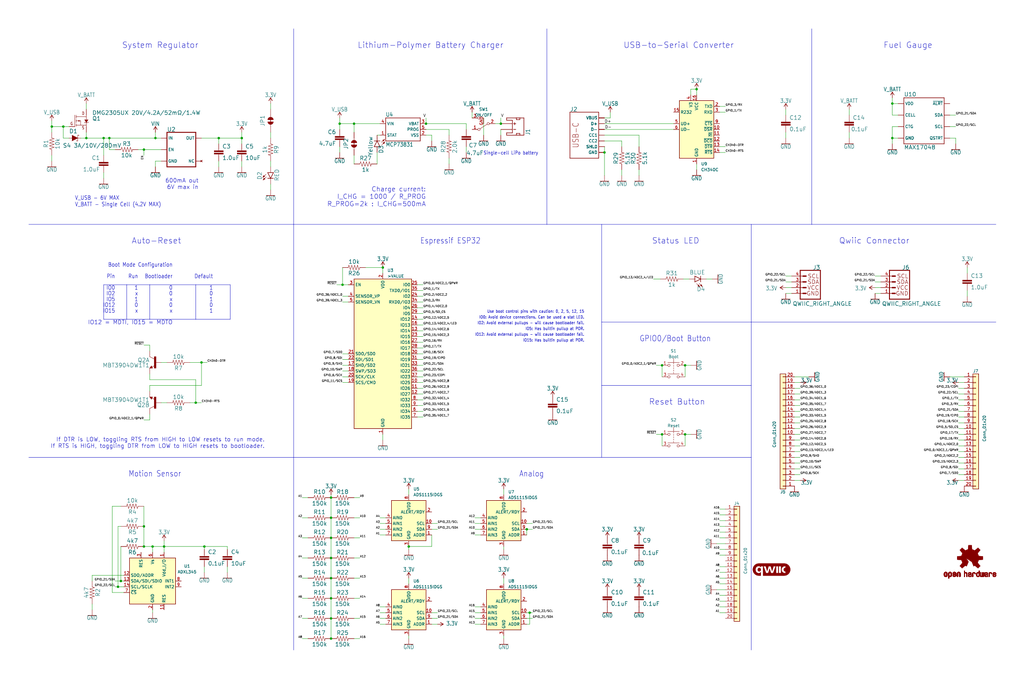
<source format=kicad_sch>
(kicad_sch (version 20230121) (generator eeschema)
  (paper "User" 451.815 299.39)
  (title_block (title "ESP32-DEVKIT-S") (rev "2") (company "HASATIO"))
  (lib_symbols
    (symbol "Analog_ADC:ADS1115IDGS"
      (property "Reference" "U" (at 2.54 13.97 0))
      (property "Value" "ADS1115IDGS" (at 7.62 11.43 0))
      (symbol "ADS1115IDGS_1_1"
        (pin input line (at 10.16 -5.08 180) (length 2.54) (name "ADDR") (number "1"))
        (pin input line (at 10.16 0 180) (length 2.54) (name "SCL") (number "10"))
        (pin output line (at 10.16 5.08 180) (length 2.54) (name "ALERT/RDY") (number "2"))
        (pin power_in line (at 0 -10.16 90) (length 2.54) (name "GND") (number "3"))
        (pin input line (at -10.16 2.54 0) (length 2.54) (name "AIN0") (number "4"))
        (pin input line (at -10.16 0 0) (length 2.54) (name "AIN1") (number "5"))
        (pin input line (at -10.16 -2.54 0) (length 2.54) (name "AIN2") (number "6"))
        (pin input line (at -10.16 -5.08 0) (length 2.54) (name "AIN3") (number "7"))
        (pin power_in line (at 0 12.7 270) (length 2.54) (name "VDD") (number "8"))
        (pin bidirectional line (at 10.16 -2.54 180) (length 2.54) (name "SDA") (number "9"))
      )
    )
    (symbol "Connector_Generic:Conn_01x20" (pin_names (offset 1.016) hide)
      (property "Reference" "J" (at 0 25.4 0))
      (property "Value" "Conn_01x20" (at 0 -27.94 0))
      (symbol "Conn_01x20_1_1"
        (pin passive line (at -5.08 22.86 0) (length 3.81) (name "Pin_1") (number "1"))
        (pin passive line (at -5.08 0 0) (length 3.81) (name "Pin_10") (number "10"))
        (pin passive line (at -5.08 -2.54 0) (length 3.81) (name "Pin_11") (number "11"))
        (pin passive line (at -5.08 -5.08 0) (length 3.81) (name "Pin_12") (number "12"))
        (pin passive line (at -5.08 -7.62 0) (length 3.81) (name "Pin_13") (number "13"))
        (pin passive line (at -5.08 -10.16 0) (length 3.81) (name "Pin_14") (number "14"))
        (pin passive line (at -5.08 -12.7 0) (length 3.81) (name "Pin_15") (number "15"))
        (pin passive line (at -5.08 -15.24 0) (length 3.81) (name "Pin_16") (number "16"))
        (pin passive line (at -5.08 -17.78 0) (length 3.81) (name "Pin_17") (number "17"))
        (pin passive line (at -5.08 -20.32 0) (length 3.81) (name "Pin_18") (number "18"))
        (pin passive line (at -5.08 -22.86 0) (length 3.81) (name "Pin_19") (number "19"))
        (pin passive line (at -5.08 20.32 0) (length 3.81) (name "Pin_2") (number "2"))
        (pin passive line (at -5.08 -25.4 0) (length 3.81) (name "Pin_20") (number "20"))
        (pin passive line (at -5.08 17.78 0) (length 3.81) (name "Pin_3") (number "3"))
        (pin passive line (at -5.08 15.24 0) (length 3.81) (name "Pin_4") (number "4"))
        (pin passive line (at -5.08 12.7 0) (length 3.81) (name "Pin_5") (number "5"))
        (pin passive line (at -5.08 10.16 0) (length 3.81) (name "Pin_6") (number "6"))
        (pin passive line (at -5.08 7.62 0) (length 3.81) (name "Pin_7") (number "7"))
        (pin passive line (at -5.08 5.08 0) (length 3.81) (name "Pin_8") (number "8"))
        (pin passive line (at -5.08 2.54 0) (length 3.81) (name "Pin_9") (number "9"))
      )
    )
    (symbol "Interface_USB:CH340C"
      (property "Reference" "U" (at -5.08 13.97 0))
      (property "Value" "CH340C" (at 1.27 13.97 0))
      (symbol "CH340C_1_1"
        (pin power_in line (at 0 -15.24 90) (length 2.54) (name "GND") (number "1"))
        (pin input line (at 10.16 0 180) (length 2.54) (name "~{DSR}") (number "10"))
        (pin input line (at 10.16 -2.54 180) (length 2.54) (name "~{RI}") (number "11"))
        (pin input line (at 10.16 -5.08 180) (length 2.54) (name "~{DCD}") (number "12"))
        (pin output line (at 10.16 -7.62 180) (length 2.54) (name "~{DTR}") (number "13"))
        (pin output line (at 10.16 -10.16 180) (length 2.54) (name "~{RTS}") (number "14"))
        (pin input line (at -10.16 7.62 0) (length 2.54) (name "R232") (number "15"))
        (pin power_in line (at 0 15.24 270) (length 2.54) (name "VCC") (number "16"))
        (pin output line (at 10.16 10.16 180) (length 2.54) (name "TXD") (number "2"))
        (pin input line (at 10.16 7.62 180) (length 2.54) (name "RXD") (number "3"))
        (pin passive line (at -2.54 15.24 270) (length 2.54) (name "V3") (number "4"))
        (pin bidirectional line (at -10.16 2.54 0) (length 2.54) (name "UD+") (number "5"))
        (pin bidirectional line (at -10.16 0 0) (length 2.54) (name "UD-") (number "6"))
        (pin no_connect line (at -7.62 -7.62 0) (length 2.54) hide (name "NC") (number "7"))
        (pin no_connect line (at -7.62 -10.16 0) (length 2.54) hide (name "NC") (number "8"))
        (pin input line (at 10.16 2.54 180) (length 2.54) (name "~{CTS}") (number "9"))
      )
    )
    (symbol "RF_Module:ESP32-WROOM-32"
      (property "Reference" "U" (at -12.7 34.29 0))
      (property "Value" "ESP32-WROOM-32" (at 1.27 34.29 0))
      (symbol "ESP32-WROOM-32_1_1"
        (pin power_in line (at 0 -35.56 90) (length 2.54) (name "GND") (number "1"))
        (pin bidirectional line (at 15.24 -12.7 180) (length 2.54) (name "IO25") (number "10"))
        (pin bidirectional line (at 15.24 -15.24 180) (length 2.54) (name "IO26") (number "11"))
        (pin bidirectional line (at 15.24 -17.78 180) (length 2.54) (name "IO27") (number "12"))
        (pin bidirectional line (at 15.24 10.16 180) (length 2.54) (name "IO14") (number "13"))
        (pin bidirectional line (at 15.24 15.24 180) (length 2.54) (name "IO12") (number "14"))
        (pin passive line (at 0 -35.56 90) (length 2.54) hide (name "GND") (number "15"))
        (pin bidirectional line (at 15.24 12.7 180) (length 2.54) (name "IO13") (number "16"))
        (pin bidirectional line (at -15.24 -5.08 0) (length 2.54) (name "SHD/SD2") (number "17"))
        (pin bidirectional line (at -15.24 -7.62 0) (length 2.54) (name "SWP/SD3") (number "18"))
        (pin bidirectional line (at -15.24 -12.7 0) (length 2.54) (name "SCS/CMD") (number "19"))
        (pin power_in line (at 0 35.56 270) (length 2.54) (name "VDD") (number "2"))
        (pin bidirectional line (at -15.24 -10.16 0) (length 2.54) (name "SCK/CLK") (number "20"))
        (pin bidirectional line (at -15.24 0 0) (length 2.54) (name "SDO/SD0") (number "21"))
        (pin bidirectional line (at -15.24 -2.54 0) (length 2.54) (name "SDI/SD1") (number "22"))
        (pin bidirectional line (at 15.24 7.62 180) (length 2.54) (name "IO15") (number "23"))
        (pin bidirectional line (at 15.24 25.4 180) (length 2.54) (name "IO2") (number "24"))
        (pin bidirectional line (at 15.24 30.48 180) (length 2.54) (name "IO0") (number "25"))
        (pin bidirectional line (at 15.24 20.32 180) (length 2.54) (name "IO4") (number "26"))
        (pin bidirectional line (at 15.24 5.08 180) (length 2.54) (name "IO16") (number "27"))
        (pin bidirectional line (at 15.24 2.54 180) (length 2.54) (name "IO17") (number "28"))
        (pin bidirectional line (at 15.24 17.78 180) (length 2.54) (name "IO5") (number "29"))
        (pin input line (at -15.24 30.48 0) (length 2.54) (name "EN") (number "3"))
        (pin bidirectional line (at 15.24 0 180) (length 2.54) (name "IO18") (number "30"))
        (pin bidirectional line (at 15.24 -2.54 180) (length 2.54) (name "IO19") (number "31"))
        (pin no_connect line (at -12.7 -27.94 0) (length 2.54) hide (name "NC") (number "32"))
        (pin bidirectional line (at 15.24 -5.08 180) (length 2.54) (name "IO21") (number "33"))
        (pin bidirectional line (at 15.24 22.86 180) (length 2.54) (name "RXD0/IO3") (number "34"))
        (pin bidirectional line (at 15.24 27.94 180) (length 2.54) (name "TXD0/IO1") (number "35"))
        (pin bidirectional line (at 15.24 -7.62 180) (length 2.54) (name "IO22") (number "36"))
        (pin bidirectional line (at 15.24 -10.16 180) (length 2.54) (name "IO23") (number "37"))
        (pin passive line (at 0 -35.56 90) (length 2.54) hide (name "GND") (number "38"))
        (pin passive line (at 0 -35.56 90) (length 2.54) hide (name "GND") (number "39"))
        (pin input line (at -15.24 25.4 0) (length 2.54) (name "SENSOR_VP") (number "4"))
        (pin input line (at -15.24 22.86 0) (length 2.54) (name "SENSOR_VN") (number "5"))
        (pin input line (at 15.24 -25.4 180) (length 2.54) (name "IO34") (number "6"))
        (pin input line (at 15.24 -27.94 180) (length 2.54) (name "IO35") (number "7"))
        (pin bidirectional line (at 15.24 -20.32 180) (length 2.54) (name "IO32") (number "8"))
        (pin bidirectional line (at 15.24 -22.86 180) (length 2.54) (name "IO33") (number "9"))
      )
    )
    (symbol "Sensor_Motion:ADXL343"
      (property "Reference" "U" (at -8.89 11.43 0))
      (property "Value" "ADXL343" (at -7.62 -11.43 0))
      (symbol "ADXL343_1_1"
        (pin power_in line (at 5.08 12.7 270) (length 2.54) (name "Vdd_I/O") (number "1"))
        (pin no_connect line (at -5.08 -10.16 90) (length 2.54) hide (name "NC") (number "10"))
        (pin passive line (at 5.08 -12.7 90) (length 2.54) (name "RES") (number "11"))
        (pin bidirectional line (at -12.7 2.54 0) (length 2.54) (name "SDO/ADDR") (number "12"))
        (pin bidirectional line (at -12.7 0 0) (length 2.54) (name "SDA/SDI/SDIO") (number "13"))
        (pin input line (at -12.7 -2.54 0) (length 2.54) (name "SCL/SCLK") (number "14"))
        (pin power_in line (at 0 -12.7 90) (length 2.54) (name "GND") (number "2"))
        (pin passive line (at -5.08 12.7 270) (length 2.54) (name "RES") (number "3"))
        (pin passive line (at 0 -12.7 90) (length 2.54) hide (name "GND") (number "4"))
        (pin passive line (at 0 -12.7 90) (length 2.54) hide (name "GND") (number "5"))
        (pin power_in line (at 0 12.7 270) (length 2.54) (name "Vs") (number "6"))
        (pin input line (at -12.7 -5.08 0) (length 2.54) (name "~{CS}") (number "7"))
        (pin output line (at 12.7 0 180) (length 2.54) (name "INT1") (number "8"))
        (pin output line (at 12.7 -2.54 180) (length 2.54) (name "INT2") (number "9"))
      )
    )
    (symbol "SparkFun ESP32 Thing Plus C-eagle-import:0.1UF-0402T-16V-10%"
      (property "Reference" "C" (at 1.524 2.921 0))
      (property "Value" "0.1UF-0402T-16V-10%" (at 1.524 -2.159 0))
      (symbol "0.1UF-0402T-16V-10%_1_0"
        (pin passive line (at 0 5.08 270) (length 2.54) (name "1") (number "1"))
        (pin passive line (at 0 -2.54 90) (length 2.54) (name "2") (number "2"))
      )
    )
    (symbol "SparkFun ESP32 Thing Plus C-eagle-import:0.1UF-0402T-6.3V-10%-X7R"
      (property "Reference" "C" (at 1.524 2.921 0))
      (property "Value" "0.1UF-0402T-6.3V-10%-X7R" (at 1.524 -2.159 0))
      (symbol "0.1UF-0402T-6.3V-10%-X7R_1_0"
        (pin passive line (at 0 5.08 270) (length 2.54) (name "1") (number "1"))
        (pin passive line (at 0 -2.54 90) (length 2.54) (name "2") (number "2"))
      )
    )
    (symbol "SparkFun ESP32 Thing Plus C-eagle-import:1.0UF-0402T-16V-10%"
      (property "Reference" "C" (at 1.524 2.921 0))
      (property "Value" "1.0UF-0402T-16V-10%" (at 1.524 -2.159 0))
      (symbol "1.0UF-0402T-16V-10%_1_0"
        (pin passive line (at 0 5.08 270) (length 2.54) (name "1") (number "1"))
        (pin passive line (at 0 -2.54 90) (length 2.54) (name "2") (number "2"))
      )
    )
    (symbol "SparkFun ESP32 Thing Plus C-eagle-import:10KOHM-0402T-1{slash}16W-1%"
      (property "Reference" "R" (at 0 1.524 0))
      (property "Value" "10KOHM-0402T-1{slash}16W-1%" (at 0 -1.524 0))
      (symbol "10KOHM-0402T-1{slash}16W-1%_1_0"
        (pin passive line (at -5.08 0 0) (length 2.54) (name "1") (number "1"))
        (pin passive line (at 5.08 0 180) (length 2.54) (name "2") (number "2"))
      )
    )
    (symbol "SparkFun ESP32 Thing Plus C-eagle-import:10UF-0402T-6.3V-20%"
      (property "Reference" "C" (at 1.524 2.921 0))
      (property "Value" "10UF-0402T-6.3V-20%" (at 1.524 -2.159 0))
      (symbol "10UF-0402T-6.3V-20%_1_0"
        (pin passive line (at 0 5.08 270) (length 2.54) (name "1") (number "1"))
        (pin passive line (at 0 -2.54 90) (length 2.54) (name "2") (number "2"))
      )
    )
    (symbol "SparkFun ESP32 Thing Plus C-eagle-import:1KOHM-0402T-1{slash}16W-1%"
      (property "Reference" "R" (at 0 1.524 0))
      (property "Value" "1KOHM-0402T-1{slash}16W-1%" (at 0 -1.524 0))
      (symbol "1KOHM-0402T-1{slash}16W-1%_1_0"
        (pin passive line (at -5.08 0 0) (length 2.54) (name "1") (number "1"))
        (pin passive line (at 5.08 0 180) (length 2.54) (name "2") (number "2"))
      )
    )
    (symbol "SparkFun ESP32 Thing Plus C-eagle-import:2.0KOHM-0603-1{slash}10W-5%"
      (property "Reference" "R" (at 0 1.524 0))
      (property "Value" "2.0KOHM-0603-1{slash}10W-5%" (at 0 -1.524 0))
      (symbol "2.0KOHM-0603-1{slash}10W-5%_1_0"
        (pin passive line (at -5.08 0 0) (length 2.54) (name "1") (number "1"))
        (pin passive line (at 5.08 0 180) (length 2.54) (name "2") (number "2"))
      )
    )
    (symbol "SparkFun ESP32 Thing Plus C-eagle-import:3.3V" (power)
      (property "Value" "3.3V" (at 0 2.794 0))
      (symbol "3.3V_1_0"
        (pin power_in line (at 0 0 90) (length 2.54) (name "3.3V") (number "1"))
      )
    )
    (symbol "SparkFun ESP32 Thing Plus C-eagle-import:4.7UF-0402_TIGHT-6.3V-20%-X5R"
      (property "Reference" "C" (at 1.524 2.921 0))
      (property "Value" "4.7UF-0402_TIGHT-6.3V-20%-X5R" (at 1.524 -2.159 0))
      (symbol "4.7UF-0402_TIGHT-6.3V-20%-X5R_1_0"
        (pin passive line (at 0 5.08 270) (length 2.54) (name "1") (number "1"))
        (pin passive line (at 0 -2.54 90) (length 2.54) (name "2") (number "2"))
      )
    )
    (symbol "SparkFun ESP32 Thing Plus C-eagle-import:4.7UF-0603-35V-(20%)"
      (property "Reference" "C" (at 1.524 2.921 0))
      (property "Value" "4.7UF-0603-35V-(20%)" (at 1.524 -2.159 0))
      (symbol "4.7UF-0603-35V-(20%)_1_0"
        (pin passive line (at 0 5.08 270) (length 2.54) (name "1") (number "1"))
        (pin passive line (at 0 -2.54 90) (length 2.54) (name "2") (number "2"))
      )
    )
    (symbol "SparkFun ESP32 Thing Plus C-eagle-import:5.1KOHM-0402T-1{slash}16W-1%"
      (property "Reference" "R" (at 0 1.524 0))
      (property "Value" "5.1KOHM-0402T-1{slash}16W-1%" (at 0 -1.524 0))
      (symbol "5.1KOHM-0402T-1{slash}16W-1%_1_0"
        (pin passive line (at -5.08 0 0) (length 2.54) (name "1") (number "1"))
        (pin passive line (at 5.08 0 180) (length 2.54) (name "2") (number "2"))
      )
    )
    (symbol "SparkFun ESP32 Thing Plus C-eagle-import:DIODE-SCHOTTKY-BAT60A"
      (property "Reference" "D" (at -2.54 2.032 0))
      (property "Value" "DIODE-SCHOTTKY-BAT60A" (at -2.54 -2.032 0))
      (symbol "DIODE-SCHOTTKY-BAT60A_1_0"
        (pin passive line (at -2.54 0 0) (length 0) (name "A") (number "A"))
        (pin passive line (at 2.54 0 180) (length 0) (name "C") (number "C"))
      )
    )
    (symbol "SparkFun ESP32 Thing Plus C-eagle-import:GND" (power)
      (property "Value" "GND" (at 0 -0.254 0))
      (symbol "GND_1_0"
        (pin power_in line (at 0 2.54 270) (length 2.54) (name "GND") (number "1"))
      )
    )
    (symbol "SparkFun ESP32 Thing Plus C-eagle-import:JST_2MM_MALE"
      (property "Reference" "J" (at -2.54 5.842 0))
      (symbol "JST_2MM_MALE_1_0"
        (pin bidirectional line (at 0 -5.08 90) (length 5.08) (name "-") (number "1"))
        (pin bidirectional line (at 2.54 -5.08 90) (length 5.08) (name "+") (number "2"))
        (pin bidirectional line (at -2.54 2.54 90) (length 0) (name "PAD1") (number "NC1"))
        (pin bidirectional line (at 5.08 2.54 90) (length 0) (name "PAD2") (number "NC2"))
      )
    )
    (symbol "SparkFun ESP32 Thing Plus C-eagle-import:JUMPER-SMT_2_NC_TRACE_SILK"
      (property "Reference" "JP" (at -2.54 2.54 0))
      (property "Value" "JUMPER-SMT_2_NC_TRACE_SILK" (at -2.54 -2.54 0))
      (symbol "JUMPER-SMT_2_NC_TRACE_SILK_1_0"
        (pin passive line (at -5.08 0 0) (length 2.54) (name "1") (number "1"))
        (pin passive line (at 5.08 0 180) (length 2.54) (name "2") (number "2"))
      )
    )
    (symbol "SparkFun ESP32 Thing Plus C-eagle-import:LED-BLUE0603"
      (property "Reference" "D" (at -3.429 -4.572 90))
      (property "Value" "LED-BLUE0603" (at 1.905 -4.572 90))
      (symbol "LED-BLUE0603_1_0"
        (pin passive line (at 0 2.54 270) (length 2.54) (name "A") (number "A"))
        (pin passive line (at 0 -5.08 90) (length 2.54) (name "C") (number "C"))
      )
    )
    (symbol "SparkFun ESP32 Thing Plus C-eagle-import:LED-RED0603"
      (property "Reference" "D" (at -3.429 -4.572 90))
      (property "Value" "LED-RED0603" (at 1.905 -4.572 90))
      (symbol "LED-RED0603_1_0"
        (pin passive line (at 0 2.54 270) (length 2.54) (name "A") (number "A"))
        (pin passive line (at 0 -5.08 90) (length 2.54) (name "C") (number "C"))
      )
    )
    (symbol "SparkFun ESP32 Thing Plus C-eagle-import:LED-YELLOW0603"
      (property "Reference" "D" (at -3.429 -4.572 90))
      (property "Value" "LED-YELLOW0603" (at 1.905 -4.572 90))
      (symbol "LED-YELLOW0603_1_0"
        (pin passive line (at 0 2.54 270) (length 2.54) (name "A") (number "A"))
        (pin passive line (at 0 -5.08 90) (length 2.54) (name "C") (number "C"))
      )
    )
    (symbol "SparkFun ESP32 Thing Plus C-eagle-import:MAX17048DFN8"
      (property "Reference" "U" (at -10.16 10.668 0))
      (property "Value" "MAX17048DFN8" (at -10.16 -12.7 0))
      (symbol "MAX17048DFN8_1_0"
        (pin input line (at -12.7 -2.54 0) (length 2.54) (name "CTG") (number "1"))
        (pin input line (at -12.7 2.54 0) (length 2.54) (name "CELL") (number "2"))
        (pin bidirectional line (at -12.7 7.62 0) (length 2.54) (name "VDD") (number "3"))
        (pin bidirectional line (at -12.7 -7.62 0) (length 2.54) (name "GND") (number "4"))
        (pin bidirectional line (at 10.16 7.62 180) (length 2.54) (name "~{ALRT}") (number "5"))
        (pin bidirectional line (at 10.16 -7.62 180) (length 2.54) (name "QSTRT") (number "6"))
        (pin output line (at 10.16 -2.54 180) (length 2.54) (name "SCL") (number "7"))
        (pin input line (at 10.16 2.54 180) (length 2.54) (name "SDA") (number "8"))
        (pin bidirectional line (at -12.7 -7.62 0) (length 2.54) (name "GND") (number "9"))
      )
    )
    (symbol "SparkFun ESP32 Thing Plus C-eagle-import:MCP73831"
      (property "Reference" "U" (at -7.62 5.588 0))
      (property "Value" "MCP73831" (at -7.62 -7.62 0))
      (symbol "MCP73831_1_0"
        (pin output line (at -10.16 -2.54 0) (length 2.54) (name "STAT") (number "1"))
        (pin power_in line (at 10.16 -2.54 180) (length 2.54) (name "VSS") (number "2"))
        (pin power_in line (at 10.16 2.54 180) (length 2.54) (name "VBAT") (number "3"))
        (pin power_in line (at -10.16 2.54 0) (length 2.54) (name "VIN") (number "4"))
        (pin input line (at 10.16 0 180) (length 2.54) (name "PROG") (number "5"))
      )
    )
    (symbol "SparkFun ESP32 Thing Plus C-eagle-import:MOSFET_PCH-DMG2305UX-7"
      (property "Reference" "Q" (at 5.08 0 0))
      (property "Value" "MOSFET_PCH-DMG2305UX-7" (at 5.08 -2.54 0))
      (symbol "MOSFET_PCH-DMG2305UX-7_1_0"
        (text "D" (at 0.508 2.54 0) (effects (font (size 1.27 1.0795)) (justify left bottom)))
        (text "G" (at -3.302 -0.508 0) (effects (font (size 1.27 1.0795)) (justify right top)))
        (text "S" (at 0.508 -3.81 0) (effects (font (size 1.27 1.0795)) (justify left bottom)))
        (pin bidirectional line (at -5.08 -2.54 0) (length 2.54) (name "G") (number "1"))
        (pin bidirectional line (at 2.54 -5.08 90) (length 2.54) (name "S") (number "2"))
        (pin bidirectional line (at 2.54 5.08 270) (length 2.54) (name "D") (number "3"))
      )
    )
    (symbol "SparkFun ESP32 Thing Plus C-eagle-import:OSHW-LOGOMINI")
    (symbol "SparkFun ESP32 Thing Plus C-eagle-import:QWIIC_CONNECTORJS-1MM"
      (property "Reference" "J" (at -5.08 7.874 0))
      (property "Value" "QWIIC_CONNECTORJS-1MM" (at -5.08 -5.334 0))
      (symbol "QWIIC_CONNECTORJS-1MM_1_0"
        (text "GND" (at -4.572 -2.54 0) (effects (font (size 1.778 1.778)) (justify left)))
        (text "SCL" (at -4.572 5.08 0) (effects (font (size 1.778 1.778)) (justify left)))
        (text "SDA" (at -4.572 2.54 0) (effects (font (size 1.778 1.778)) (justify left)))
        (text "VCC" (at -4.572 0 0) (effects (font (size 1.778 1.778)) (justify left)))
        (pin power_in line (at 7.62 -2.54 180) (length 5.08) (name "1") (number "1"))
        (pin power_in line (at 7.62 0 180) (length 5.08) (name "2") (number "2"))
        (pin passive line (at 7.62 2.54 180) (length 5.08) (name "3") (number "3"))
        (pin passive line (at 7.62 5.08 180) (length 5.08) (name "4") (number "4"))
      )
    )
    (symbol "SparkFun ESP32 Thing Plus C-eagle-import:QWIIC_LOGO_4MM")
    (symbol "SparkFun ESP32 Thing Plus C-eagle-import:TRANS_NPN_DUAL-MBT3904DW1T1"
      (property "Reference" "Q" (at 2.54 0 0))
      (property "Value" "TRANS_NPN_DUAL-MBT3904DW1T1" (at 2.54 -2.286 0))
      (symbol "TRANS_NPN_DUAL-MBT3904DW1T1_1_0"
        (pin passive line (at 2.54 5.08 270) (length 2.54) (name "C") (number "3"))
        (pin passive line (at 2.54 -5.08 90) (length 2.54) (name "E") (number "4"))
        (pin passive line (at -2.54 0 0) (length 2.54) (name "B") (number "5"))
      )
      (symbol "TRANS_NPN_DUAL-MBT3904DW1T1_2_0"
        (pin passive line (at 2.54 -5.08 90) (length 2.54) (name "E") (number "1"))
        (pin passive line (at -2.54 0 0) (length 2.54) (name "B") (number "2"))
        (pin passive line (at 2.54 5.08 270) (length 2.54) (name "C") (number "6"))
      )
    )
    (symbol "SparkFun ESP32 Thing Plus C-eagle-import:USB_C_2-LAYER_PADS"
      (property "Reference" "J" (at -2.54 10.414 0))
      (property "Value" "USB_C_2-LAYER_PADS" (at -2.54 -12.446 0))
      (symbol "USB_C_2-LAYER_PADS_1_0"
        (text "USB-C" (at 0 0 900) (effects (font (size 2.54 2.159))))
        (pin bidirectional line (at 12.7 0 180) (length 2.54) (name "CC1") (number "A5"))
        (pin bidirectional line (at 12.7 5.08 180) (length 2.54) (name "D+") (number "A6"))
        (pin bidirectional line (at 12.7 2.54 180) (length 2.54) (name "D-") (number "A7"))
        (pin bidirectional line (at 12.7 -2.54 180) (length 2.54) (name "CC2") (number "B5"))
        (pin bidirectional line (at 12.7 5.08 180) (length 2.54) (name "D+") (number "B6"))
        (pin bidirectional line (at 12.7 2.54 180) (length 2.54) (name "D-") (number "B7"))
        (pin bidirectional line (at 12.7 -7.62 180) (length 2.54) (name "GND") (number "GND"))
        (pin bidirectional line (at 12.7 -7.62 180) (length 2.54) (name "GND") (number "GND2"))
        (pin bidirectional line (at 12.7 -5.08 180) (length 2.54) (name "SHLD") (number "SHLD1"))
        (pin bidirectional line (at 12.7 -5.08 180) (length 2.54) (name "SHLD") (number "SHLD2"))
        (pin bidirectional line (at 12.7 -5.08 180) (length 2.54) (name "SHLD") (number "SHLD3"))
        (pin bidirectional line (at 12.7 -5.08 180) (length 2.54) (name "SHLD") (number "SHLD4"))
        (pin bidirectional line (at 12.7 7.62 180) (length 2.54) (name "VBUS") (number "VBUS1"))
        (pin bidirectional line (at 12.7 7.62 180) (length 2.54) (name "VBUS") (number "VBUS2"))
      )
    )
    (symbol "SparkFun ESP32 Thing Plus C-eagle-import:VIN" (power)
      (property "Value" "VIN" (at 0 2.794 0))
      (symbol "VIN_1_0"
        (pin power_in line (at 0 0 90) (length 2.54) (name "VIN") (number "1"))
      )
    )
    (symbol "SparkFun ESP32 Thing Plus C-eagle-import:V_BATT" (power)
      (property "Value" "V_BATT" (at 0 2.794 0))
      (symbol "V_BATT_1_0"
        (pin power_in line (at 0 0 90) (length 2.54) (name "V_BATT") (number "1"))
      )
    )
    (symbol "SparkFun ESP32 Thing Plus C-eagle-import:V_REG_AP2112K-3.3V"
      (property "Reference" "U" (at -7.62 7.874 0))
      (property "Value" "V_REG_AP2112K-3.3V" (at -7.62 -7.874 0))
      (symbol "V_REG_AP2112K-3.3V_1_0"
        (pin input line (at -10.16 5.08 0) (length 2.54) (name "IN") (number "1"))
        (pin input line (at -10.16 -5.08 0) (length 2.54) (name "GND") (number "2"))
        (pin input line (at -10.16 0 0) (length 2.54) (name "EN") (number "3"))
        (pin no_connect line (at 7.62 -5.08 180) (length 2.54) (name "NC") (number "4"))
        (pin passive line (at 7.62 5.08 180) (length 2.54) (name "OUT") (number "5"))
      )
    )
    (symbol "SparkFun ESP32 Thing Plus C-eagle-import:V_USB" (power)
      (property "Value" "V_USB" (at 0 2.794 0))
      (symbol "V_USB_1_0"
        (pin power_in line (at 0 0 90) (length 2.54) (name "V_USB") (number "1"))
      )
    )
    (symbol "Switch:SW_Push_Dual" (pin_names (offset 1.016) hide)
      (property "Reference" "SW" (at 1.27 2.54 0))
      (property "Value" "SW_Push_Dual" (at 0 -6.858 0))
      (symbol "SW_Push_Dual_0_1"
        (pin passive line (at -5.08 0 0) (length 2.54) (name "1") (number "1"))
        (pin passive line (at 5.08 0 180) (length 2.54) (name "2") (number "2"))
        (pin passive line (at -5.08 -5.08 0) (length 2.54) (name "3") (number "3"))
        (pin passive line (at 5.08 -5.08 180) (length 2.54) (name "4") (number "4"))
      )
    )
    (symbol "Switch:SW_SPDT" (pin_names (offset 0) hide)
      (property "Reference" "SW1" (at 0 6.35 0))
      (property "Value" "ON/OFF" (at 0 3.81 0))
      (symbol "SW_SPDT_1_0"
        (pin passive line (at 0 -2.54 90) (length 2.54) (name "GND") (number "GND"))
      )
      (symbol "SW_SPDT_1_1"
        (pin passive line (at 5.08 2.54 180) (length 2.54) (name "A") (number "1"))
        (pin passive line (at -5.08 0 0) (length 2.54) (name "B") (number "2"))
        (pin passive line (at 5.08 -2.54 180) (length 2.54) (name "C") (number "3"))
      )
    )
  )
  (junction (at 88.9 160.02))
  (junction (at 68.58 60.96))
  (junction (at 63.5 232.41))
  (junction (at 52.07 259.08))
  (junction (at 393.7 60.96))
  (junction (at 96.52 60.96))
  (junction (at 180.34 241.3))
  (junction (at 393.7 45.72))
  (junction (at 27.94 55.88))
  (junction (at 292.1 161.29))
  (junction (at 220.98 54.61))
  (junction (at 156.21 54.61))
  (junction (at 302.26 191.77))
  (junction (at 168.91 118.11))
  (junction (at 151.13 125.73))
  (junction (at 90.17 241.3))
  (junction (at 266.7 67.31))
  (junction (at 146.05 219.71))
  (junction (at 146.05 228.6))
  (junction (at 232.41 233.68))
  (junction (at 233.68 270.51))
  (junction (at 38.1 60.96))
  (junction (at 48.26 60.96))
  (junction (at 187.96 54.61))
  (junction (at 67.31 241.3))
  (junction (at 149.86 54.61))
  (junction (at 146.05 255.27))
  (junction (at 146.05 273.05))
  (junction (at 72.39 241.3))
  (junction (at 63.5 241.3))
  (junction (at 63.5 66.04))
  (junction (at 302.26 161.29))
  (junction (at 292.1 191.77))
  (junction (at 307.34 39.37))
  (junction (at 146.05 237.49))
  (junction (at 146.05 281.94))
  (junction (at 146.05 246.38))
  (junction (at 22.86 55.88))
  (junction (at 86.36 177.8))
  (junction (at 106.68 60.96))
  (junction (at 45.72 60.96))
  (junction (at 53.34 256.54))
  (junction (at 146.05 264.16))
  (wire (pts (xy 153.67 125.73) (xy 151.13 125.73)))
  (wire (pts (xy 149.86 54.61) (xy 149.86 57.15)))
  (wire (pts (xy 422.91 191.77) (xy 425.45 191.77)))
  (wire (pts (xy 72.39 238.76) (xy 72.39 241.3)))
  (wire (pts (xy 50.8 66.04) (xy 48.26 66.04)))
  (wire (pts (xy 86.36 177.8) (xy 88.9 177.8)))
  (wire (pts (xy 186.69 138.43) (xy 184.15 138.43)))
  (wire (pts (xy 346.71 48.26) (xy 346.71 50.8)))
  (wire (pts (xy 307.34 41.91) (xy 307.34 39.37)))
  (wire (pts (xy 180.34 242.57) (xy 180.34 241.3)))
  (wire (pts (xy 146.05 255.27) (xy 146.05 264.16)))
  (polyline (pts (xy 12.7 201.93) (xy 129.54 201.93)))
  (wire (pts (xy 209.55 273.05) (xy 212.09 273.05)))
  (wire (pts (xy 66.04 170.18) (xy 88.9 170.18)))
  (wire (pts (xy 346.71 58.42) (xy 346.71 60.96)))
  (wire (pts (xy 317.5 262.89) (xy 320.04 262.89)))
  (wire (pts (xy 419.1 50.8) (xy 421.64 50.8)))
  (wire (pts (xy 304.8 41.91) (xy 304.8 39.37)))
  (wire (pts (xy 187.96 52.07) (xy 187.96 54.61)))
  (wire (pts (xy 186.69 133.35) (xy 184.15 133.35)))
  (polyline (pts (xy 66.04 125.73) (xy 66.04 140.97)))
  (polyline (pts (xy 12.7 99.06) (xy 129.54 99.06)))
  (wire (pts (xy 168.91 194.31) (xy 168.91 191.77)))
  (wire (pts (xy 158.75 264.16) (xy 156.21 264.16)))
  (wire (pts (xy 317.5 252.73) (xy 320.04 252.73)))
  (wire (pts (xy 180.34 215.9) (xy 180.34 218.44)))
  (wire (pts (xy 190.5 59.69) (xy 190.5 62.23)))
  (polyline (pts (xy 358.14 99.06) (xy 439.42 99.06)))
  (wire (pts (xy 422.91 176.53) (xy 425.45 176.53)))
  (wire (pts (xy 317.5 245.11) (xy 320.04 245.11)))
  (polyline (pts (xy 86.36 140.97) (xy 66.04 140.97)))
  (wire (pts (xy 119.38 71.12) (xy 119.38 73.66)))
  (wire (pts (xy 422.91 204.47) (xy 425.45 204.47)))
  (polyline (pts (xy 101.6 140.97) (xy 86.36 140.97)))
  (wire (pts (xy 317.5 242.57) (xy 320.04 242.57)))
  (wire (pts (xy 52.07 259.08) (xy 54.61 259.08)))
  (wire (pts (xy 422.91 171.45) (xy 425.45 171.45)))
  (polyline (pts (xy 241.3 99.06) (xy 265.43 99.06)))
  (polyline (pts (xy 129.54 99.06) (xy 241.3 99.06)))
  (wire (pts (xy 90.17 241.3) (xy 72.39 241.3)))
  (wire (pts (xy 186.69 168.91) (xy 184.15 168.91)))
  (polyline (pts (xy 129.54 12.7) (xy 129.54 99.06)))
  (wire (pts (xy 96.52 73.66) (xy 96.52 71.12)))
  (wire (pts (xy 266.7 62.23) (xy 274.32 62.23)))
  (wire (pts (xy 158.75 228.6) (xy 156.21 228.6)))
  (wire (pts (xy 422.91 199.39) (xy 425.45 199.39)))
  (wire (pts (xy 205.74 67.31) (xy 205.74 64.77)))
  (wire (pts (xy 288.29 123.19) (xy 291.338 123.19)))
  (wire (pts (xy 146.05 237.49) (xy 146.05 246.38)))
  (wire (pts (xy 209.55 231.14) (xy 212.09 231.14)))
  (wire (pts (xy 66.04 185.42) (xy 63.5 185.42)))
  (wire (pts (xy 317.5 224.79) (xy 320.04 224.79)))
  (wire (pts (xy 186.69 153.67) (xy 184.15 153.67)))
  (wire (pts (xy 45.72 76.2) (xy 45.72 78.74)))
  (wire (pts (xy 133.35 255.27) (xy 135.89 255.27)))
  (wire (pts (xy 73.66 177.8) (xy 71.12 177.8)))
  (wire (pts (xy 186.69 148.59) (xy 184.15 148.59)))
  (wire (pts (xy 67.31 241.3) (xy 67.31 243.84)))
  (wire (pts (xy 393.7 45.72) (xy 396.24 45.72)))
  (wire (pts (xy 374.65 58.42) (xy 374.65 60.96)))
  (wire (pts (xy 208.28 49.53) (xy 208.28 52.07)))
  (wire (pts (xy 63.5 66.04) (xy 71.12 66.04)))
  (wire (pts (xy 83.82 160.02) (xy 88.9 160.02)))
  (wire (pts (xy 53.34 223.52) (xy 49.53 223.52)))
  (wire (pts (xy 386.08 124.46) (xy 388.62 124.46)))
  (polyline (pts (xy 55.88 125.73) (xy 55.88 140.97)))
  (wire (pts (xy 317.5 232.41) (xy 320.04 232.41)))
  (wire (pts (xy 193.04 231.14) (xy 190.5 231.14)))
  (wire (pts (xy 422.91 201.93) (xy 425.45 201.93)))
  (wire (pts (xy 180.34 255.27) (xy 180.34 257.81)))
  (polyline (pts (xy 55.88 140.97) (xy 45.72 140.97)))
  (wire (pts (xy 307.34 72.39) (xy 307.34 74.93)))
  (wire (pts (xy 266.7 67.31) (xy 266.7 77.47)))
  (wire (pts (xy 38.1 45.72) (xy 38.1 48.26)))
  (wire (pts (xy 54.61 254) (xy 40.64 254)))
  (polyline (pts (xy 86.36 125.73) (xy 101.6 125.73)))
  (wire (pts (xy 346.71 124.46) (xy 349.25 124.46)))
  (wire (pts (xy 68.58 60.96) (xy 48.26 60.96)))
  (wire (pts (xy 396.24 60.96) (xy 393.7 60.96)))
  (wire (pts (xy 151.13 166.37) (xy 153.67 166.37)))
  (wire (pts (xy 209.55 267.97) (xy 212.09 267.97)))
  (wire (pts (xy 302.26 161.29) (xy 302.26 166.37)))
  (polyline (pts (xy 331.47 142.24) (xy 439.42 142.24)))
  (wire (pts (xy 158.75 273.05) (xy 156.21 273.05)))
  (wire (pts (xy 193.04 273.05) (xy 190.5 273.05)))
  (polyline (pts (xy 265.43 142.24) (xy 331.47 142.24)))
  (wire (pts (xy 151.13 158.75) (xy 153.67 158.75)))
  (wire (pts (xy 186.69 179.07) (xy 184.15 179.07)))
  (wire (pts (xy 281.94 59.69) (xy 281.94 64.77)))
  (wire (pts (xy 186.69 140.97) (xy 184.15 140.97)))
  (wire (pts (xy 53.34 241.3) (xy 53.34 256.54)))
  (wire (pts (xy 350.52 191.77) (xy 353.06 191.77)))
  (wire (pts (xy 302.26 191.77) (xy 304.8 191.77)))
  (wire (pts (xy 419.1 60.96) (xy 421.64 60.96)))
  (wire (pts (xy 48.26 66.04) (xy 48.26 60.96)))
  (wire (pts (xy 49.53 223.52) (xy 49.53 261.62)))
  (wire (pts (xy 302.26 191.77) (xy 302.26 196.85)))
  (wire (pts (xy 63.5 66.04) (xy 63.5 68.58)))
  (wire (pts (xy 63.5 241.3) (xy 67.31 241.3)))
  (wire (pts (xy 393.7 60.96) (xy 393.7 63.5)))
  (wire (pts (xy 426.72 118.11) (xy 426.72 120.65)))
  (polyline (pts (xy 86.36 125.73) (xy 86.36 140.97)))
  (wire (pts (xy 149.86 67.31) (xy 149.86 64.77)))
  (wire (pts (xy 317.5 255.27) (xy 320.04 255.27)))
  (wire (pts (xy 63.5 232.41) (xy 63.5 241.3)))
  (wire (pts (xy 350.52 194.31) (xy 353.06 194.31)))
  (wire (pts (xy 186.69 151.13) (xy 184.15 151.13)))
  (wire (pts (xy 119.38 45.72) (xy 119.38 48.26)))
  (wire (pts (xy 350.52 168.91) (xy 353.06 168.91)))
  (wire (pts (xy 186.69 171.45) (xy 184.15 171.45)))
  (wire (pts (xy 274.32 77.47) (xy 274.32 74.93)))
  (wire (pts (xy 72.39 243.84) (xy 72.39 241.3)))
  (wire (pts (xy 190.5 236.22) (xy 190.5 241.3)))
  (wire (pts (xy 100.33 242.57) (xy 100.33 241.3)))
  (wire (pts (xy 317.5 64.77) (xy 320.04 64.77)))
  (wire (pts (xy 151.13 125.73) (xy 148.59 125.73)))
  (wire (pts (xy 186.69 128.27) (xy 184.15 128.27)))
  (wire (pts (xy 158.75 237.49) (xy 156.21 237.49)))
  (wire (pts (xy 266.7 54.61) (xy 297.18 54.61)))
  (wire (pts (xy 374.65 48.26) (xy 374.65 50.8)))
  (wire (pts (xy 158.75 281.94) (xy 156.21 281.94)))
  (wire (pts (xy 187.96 57.15) (xy 198.12 57.15)))
  (wire (pts (xy 233.68 275.59) (xy 233.68 270.51)))
  (polyline (pts (xy 331.47 201.93) (xy 265.43 201.93)))
  (wire (pts (xy 317.5 270.51) (xy 320.04 270.51)))
  (wire (pts (xy 86.36 177.8) (xy 86.36 167.64)))
  (wire (pts (xy 233.68 270.51) (xy 232.41 270.51)))
  (wire (pts (xy 71.12 71.12) (xy 68.58 71.12)))
  (wire (pts (xy 209.55 228.6) (xy 212.09 228.6)))
  (polyline (pts (xy 241.3 12.7) (xy 241.3 99.06)))
  (wire (pts (xy 119.38 58.42) (xy 119.38 60.96)))
  (wire (pts (xy 350.52 196.85) (xy 353.06 196.85)))
  (wire (pts (xy 100.33 252.73) (xy 100.33 250.19)))
  (wire (pts (xy 186.69 130.81) (xy 184.15 130.81)))
  (polyline (pts (xy 66.04 125.73) (xy 86.36 125.73)))
  (wire (pts (xy 422.91 207.01) (xy 425.45 207.01)))
  (wire (pts (xy 269.24 52.07) (xy 269.24 49.53)))
  (wire (pts (xy 27.94 55.88) (xy 27.94 60.96)))
  (wire (pts (xy 156.21 54.61) (xy 156.21 58.42)))
  (wire (pts (xy 281.94 77.47) (xy 281.94 74.93)))
  (wire (pts (xy 119.38 83.82) (xy 119.38 81.28)))
  (wire (pts (xy 106.68 60.96) (xy 106.68 63.5)))
  (wire (pts (xy 158.75 246.38) (xy 156.21 246.38)))
  (wire (pts (xy 161.29 118.11) (xy 168.91 118.11)))
  (wire (pts (xy 422.91 173.99) (xy 425.45 173.99)))
  (wire (pts (xy 193.04 270.51) (xy 190.5 270.51)))
  (wire (pts (xy 133.35 246.38) (xy 135.89 246.38)))
  (wire (pts (xy 100.33 241.3) (xy 90.17 241.3)))
  (wire (pts (xy 186.69 135.89) (xy 184.15 135.89)))
  (wire (pts (xy 167.64 233.68) (xy 170.18 233.68)))
  (wire (pts (xy 156.21 68.58) (xy 156.21 72.39)))
  (wire (pts (xy 40.64 254) (xy 40.64 256.54)))
  (wire (pts (xy 49.53 261.62) (xy 54.61 261.62)))
  (wire (pts (xy 316.23 260.35) (xy 320.04 260.35)))
  (wire (pts (xy 426.72 130.81) (xy 426.72 128.27)))
  (wire (pts (xy 350.52 166.37) (xy 356.87 166.37)))
  (wire (pts (xy 60.96 66.04) (xy 63.5 66.04)))
  (wire (pts (xy 289.56 161.29) (xy 292.1 161.29)))
  (wire (pts (xy 35.56 60.96) (xy 38.1 60.96)))
  (wire (pts (xy 307.34 39.37) (xy 304.8 39.37)))
  (wire (pts (xy 186.69 173.99) (xy 184.15 173.99)))
  (polyline (pts (xy 331.47 170.18) (xy 331.47 142.24)))
  (wire (pts (xy 146.05 219.71) (xy 146.05 228.6)))
  (wire (pts (xy 158.75 219.71) (xy 156.21 219.71)))
  (wire (pts (xy 209.55 236.22) (xy 212.09 236.22)))
  (wire (pts (xy 50.8 259.08) (xy 52.07 259.08)))
  (wire (pts (xy 232.41 233.68) (xy 232.41 236.22)))
  (wire (pts (xy 187.96 54.61) (xy 205.74 54.61)))
  (wire (pts (xy 180.34 281.94) (xy 180.34 280.67)))
  (wire (pts (xy 234.95 231.14) (xy 232.41 231.14)))
  (wire (pts (xy 314.198 123.19) (xy 311.658 123.19)))
  (wire (pts (xy 350.52 173.99) (xy 353.06 173.99)))
  (wire (pts (xy 393.7 50.8) (xy 393.7 45.72)))
  (wire (pts (xy 167.64 270.51) (xy 170.18 270.51)))
  (wire (pts (xy 220.98 52.07) (xy 220.98 54.61)))
  (wire (pts (xy 193.04 275.59) (xy 190.5 275.59)))
  (wire (pts (xy 317.5 227.33) (xy 320.04 227.33)))
  (wire (pts (xy 349.25 121.92) (xy 346.71 121.92)))
  (wire (pts (xy 317.5 257.81) (xy 320.04 257.81)))
  (wire (pts (xy 234.95 273.05) (xy 232.41 273.05)))
  (wire (pts (xy 393.7 55.88) (xy 393.7 60.96)))
  (polyline (pts (xy 331.47 99.06) (xy 358.14 99.06)))
  (wire (pts (xy 388.62 121.92) (xy 386.08 121.92)))
  (polyline (pts (xy 265.43 170.18) (xy 265.43 142.24)))
  (wire (pts (xy 27.94 55.88) (xy 22.86 55.88)))
  (wire (pts (xy 68.58 71.12) (xy 68.58 73.66)))
  (polyline (pts (xy 331.47 287.02) (xy 331.47 201.93)))
  (wire (pts (xy 88.9 60.96) (xy 96.52 60.96)))
  (wire (pts (xy 149.86 54.61) (xy 149.86 52.07)))
  (wire (pts (xy 38.1 60.96) (xy 45.72 60.96)))
  (wire (pts (xy 48.26 60.96) (xy 45.72 60.96)))
  (wire (pts (xy 96.52 60.96) (xy 96.52 63.5)))
  (wire (pts (xy 187.96 59.69) (xy 190.5 59.69)))
  (wire (pts (xy 186.69 156.21) (xy 184.15 156.21)))
  (wire (pts (xy 151.13 168.91) (xy 153.67 168.91)))
  (wire (pts (xy 38.1 58.42) (xy 38.1 60.96)))
  (wire (pts (xy 186.69 158.75) (xy 184.15 158.75)))
  (wire (pts (xy 73.66 160.02) (xy 71.12 160.02)))
  (wire (pts (xy 146.05 264.16) (xy 146.05 273.05)))
  (polyline (pts (xy 45.72 125.73) (xy 55.88 125.73)))
  (wire (pts (xy 422.91 168.91) (xy 425.45 168.91)))
  (wire (pts (xy 350.52 186.69) (xy 353.06 186.69)))
  (wire (pts (xy 350.52 181.61) (xy 353.06 181.61)))
  (wire (pts (xy 186.69 181.61) (xy 184.15 181.61)))
  (wire (pts (xy 63.5 223.52) (xy 63.5 232.41)))
  (wire (pts (xy 166.37 67.31) (xy 166.37 72.39)))
  (polyline (pts (xy 331.47 142.24) (xy 331.47 142.24)))
  (wire (pts (xy 53.34 232.41) (xy 52.07 232.41)))
  (polyline (pts (xy 265.43 142.24) (xy 265.43 99.06)))
  (wire (pts (xy 151.13 161.29) (xy 153.67 161.29)))
  (polyline (pts (xy 265.43 99.06) (xy 331.47 99.06)))
  (wire (pts (xy 166.37 59.69) (xy 167.64 59.69)))
  (wire (pts (xy 346.71 127) (xy 349.25 127)))
  (wire (pts (xy 167.64 231.14) (xy 170.18 231.14)))
  (wire (pts (xy 292.1 191.77) (xy 289.56 191.77)))
  (wire (pts (xy 133.35 219.71) (xy 135.89 219.71)))
  (polyline (pts (xy 55.88 125.73) (xy 66.04 125.73)))
  (wire (pts (xy 158.75 255.27) (xy 156.21 255.27)))
  (wire (pts (xy 317.5 267.97) (xy 320.04 267.97)))
  (polyline (pts (xy 331.47 142.24) (xy 331.47 99.06)))
  (wire (pts (xy 88.9 170.18) (xy 88.9 160.02)))
  (wire (pts (xy 52.07 232.41) (xy 52.07 259.08)))
  (wire (pts (xy 149.86 54.61) (xy 156.21 54.61)))
  (wire (pts (xy 45.72 60.96) (xy 45.72 68.58)))
  (wire (pts (xy 106.68 58.42) (xy 106.68 60.96)))
  (wire (pts (xy 396.24 50.8) (xy 393.7 50.8)))
  (wire (pts (xy 205.74 57.15) (xy 205.74 54.61)))
  (wire (pts (xy 83.82 177.8) (xy 86.36 177.8)))
  (wire (pts (xy 317.5 46.99) (xy 320.04 46.99)))
  (wire (pts (xy 71.12 60.96) (xy 68.58 60.96)))
  (wire (pts (xy 186.69 163.83) (xy 184.15 163.83)))
  (wire (pts (xy 292.1 166.37) (xy 292.1 161.29)))
  (wire (pts (xy 234.95 270.51) (xy 233.68 270.51)))
  (polyline (pts (xy 45.72 140.97) (xy 45.72 125.73)))
  (wire (pts (xy 67.31 241.3) (xy 72.39 241.3)))
  (wire (pts (xy 146.05 273.05) (xy 146.05 281.94)))
  (wire (pts (xy 422.91 184.15) (xy 425.45 184.15)))
  (wire (pts (xy 422.91 212.09) (xy 425.45 212.09)))
  (wire (pts (xy 350.52 209.55) (xy 353.06 209.55)))
  (wire (pts (xy 350.52 204.47) (xy 353.06 204.47)))
  (polyline (pts (xy 265.43 170.18) (xy 265.43 201.93)))
  (wire (pts (xy 350.52 199.39) (xy 353.06 199.39)))
  (polyline (pts (xy 66.04 140.97) (xy 55.88 140.97)))
  (wire (pts (xy 388.62 129.54) (xy 386.08 129.54)))
  (wire (pts (xy 209.55 270.51) (xy 212.09 270.51)))
  (wire (pts (xy 167.64 275.59) (xy 170.18 275.59)))
  (wire (pts (xy 422.91 194.31) (xy 425.45 194.31)))
  (wire (pts (xy 234.95 233.68) (xy 232.41 233.68)))
  (wire (pts (xy 209.55 233.68) (xy 212.09 233.68)))
  (wire (pts (xy 393.7 45.72) (xy 393.7 43.18)))
  (wire (pts (xy 30.48 55.88) (xy 27.94 55.88)))
  (wire (pts (xy 222.25 215.9) (xy 222.25 218.44)))
  (wire (pts (xy 386.08 127) (xy 388.62 127)))
  (wire (pts (xy 133.35 237.49) (xy 135.89 237.49)))
  (wire (pts (xy 350.52 179.07) (xy 353.06 179.07)))
  (wire (pts (xy 66.04 185.42) (xy 66.04 182.88)))
  (wire (pts (xy 106.68 73.66) (xy 106.68 71.12)))
  (wire (pts (xy 86.36 167.64) (xy 66.04 167.64)))
  (wire (pts (xy 22.86 53.34) (xy 22.86 55.88)))
  (wire (pts (xy 151.13 130.81) (xy 153.67 130.81)))
  (wire (pts (xy 90.17 241.3) (xy 90.17 242.57)))
  (wire (pts (xy 66.04 152.4) (xy 63.5 152.4)))
  (wire (pts (xy 266.7 59.69) (xy 281.94 59.69)))
  (wire (pts (xy 96.52 60.96) (xy 106.68 60.96)))
  (wire (pts (xy 422.91 181.61) (xy 425.45 181.61)))
  (wire (pts (xy 350.52 184.15) (xy 353.06 184.15)))
  (polyline (pts (xy 265.43 170.18) (xy 331.47 170.18)))
  (wire (pts (xy 317.5 234.95) (xy 320.04 234.95)))
  (wire (pts (xy 146.05 246.38) (xy 146.05 255.27)))
  (wire (pts (xy 421.64 60.96) (xy 421.64 63.5)))
  (wire (pts (xy 213.36 52.07) (xy 213.36 59.69)))
  (wire (pts (xy 133.35 281.94) (xy 135.89 281.94)))
  (wire (pts (xy 269.24 52.07) (xy 266.7 52.07)))
  (wire (pts (xy 222.25 281.94) (xy 222.25 280.67)))
  (wire (pts (xy 151.13 118.11) (xy 151.13 125.73)))
  (wire (pts (xy 167.64 236.22) (xy 170.18 236.22)))
  (wire (pts (xy 88.9 160.02) (xy 91.44 160.02)))
  (wire (pts (xy 50.8 256.54) (xy 53.34 256.54)))
  (wire (pts (xy 146.05 228.6) (xy 146.05 237.49)))
  (wire (pts (xy 67.31 270.51) (xy 67.31 269.24)))
  (wire (pts (xy 350.52 201.93) (xy 353.06 201.93)))
  (wire (pts (xy 186.69 146.05) (xy 184.15 146.05)))
  (wire (pts (xy 220.98 57.15) (xy 220.98 59.69)))
  (wire (pts (xy 151.13 133.35) (xy 153.67 133.35)))
  (wire (pts (xy 53.34 256.54) (xy 54.61 256.54)))
  (wire (pts (xy 90.17 252.73) (xy 90.17 250.19)))
  (wire (pts (xy 419.1 55.88) (xy 421.64 55.88)))
  (wire (pts (xy 66.04 154.94) (xy 66.04 152.4)))
  (wire (pts (xy 292.1 191.77) (xy 292.1 196.85)))
  (polyline (pts (xy 358.14 12.7) (xy 358.14 99.06)))
  (wire (pts (xy 317.5 237.49) (xy 320.04 237.49)))
  (wire (pts (xy 422.91 179.07) (xy 425.45 179.07)))
  (wire (pts (xy 209.55 275.59) (xy 212.09 275.59)))
  (polyline (pts (xy 129.54 201.93) (xy 265.43 201.93)))
  (wire (pts (xy 27.94 60.96) (xy 30.48 60.96)))
  (wire (pts (xy 266.7 57.15) (xy 297.18 57.15)))
  (wire (pts (xy 151.13 163.83) (xy 153.67 163.83)))
  (polyline (pts (xy 331.47 201.93) (xy 331.47 170.18)))
  (wire (pts (xy 133.35 273.05) (xy 135.89 273.05)))
  (wire (pts (xy 66.04 167.64) (xy 66.04 165.1)))
  (wire (pts (xy 151.13 156.21) (xy 153.67 156.21)))
  (wire (pts (xy 274.32 62.23) (xy 274.32 64.77)))
  (wire (pts (xy 186.69 184.15) (xy 184.15 184.15)))
  (wire (pts (xy 302.26 161.29) (xy 304.8 161.29)))
  (wire (pts (xy 68.58 60.96) (xy 68.58 58.42)))
  (wire (pts (xy 320.04 67.31) (xy 317.5 67.31)))
  (wire (pts (xy 190.5 241.3) (xy 180.34 241.3)))
  (wire (pts (xy 422.91 209.55) (xy 425.45 209.55)))
  (wire (pts (xy 350.52 207.01) (xy 353.06 207.01)))
  (wire (pts (xy 419.1 166.37) (xy 425.45 166.37)))
  (wire (pts (xy 133.35 264.16) (xy 135.89 264.16)))
  (wire (pts (xy 422.91 189.23) (xy 425.45 189.23)))
  (wire (pts (xy 22.86 58.42) (xy 22.86 55.88)))
  (wire (pts (xy 193.04 233.68) (xy 190.5 233.68)))
  (wire (pts (xy 317.5 250.19) (xy 320.04 250.19)))
  (wire (pts (xy 266.7 64.77) (xy 266.7 67.31)))
  (wire (pts (xy 317.5 229.87) (xy 320.04 229.87)))
  (wire (pts (xy 350.52 189.23) (xy 353.06 189.23)))
  (wire (pts (xy 133.35 228.6) (xy 135.89 228.6)))
  (wire (pts (xy 350.52 171.45) (xy 353.06 171.45)))
  (polyline (pts (xy 101.6 125.73) (xy 101.6 140.97)))
  (wire (pts (xy 350.52 176.53) (xy 353.06 176.53)))
  (wire (pts (xy 316.23 240.03) (xy 320.04 240.03)))
  (wire (pts (xy 168.91 118.11) (xy 168.91 120.65)))
  (wire (pts (xy 317.5 265.43) (xy 320.04 265.43)))
  (wire (pts (xy 146.05 218.44) (xy 146.05 219.71)))
  (wire (pts (xy 186.69 166.37) (xy 184.15 166.37)))
  (wire (pts (xy 167.64 228.6) (xy 170.18 228.6)))
  (wire (pts (xy 317.5 49.53) (xy 320.04 49.53)))
  (wire (pts (xy 22.86 71.12) (xy 22.86 68.58)))
  (wire (pts (xy 304.038 123.19) (xy 301.498 123.19)))
  (wire (pts (xy 186.69 125.73) (xy 184.15 125.73)))
  (wire (pts (xy 156.21 54.61) (xy 167.64 54.61)))
  (wire (pts (xy 350.52 212.09) (xy 353.06 212.09)))
  (polyline (pts (xy 129.54 99.06) (xy 129.54 287.02)))
  (wire (pts (xy 198.12 57.15) (xy 198.12 59.69)))
  (wire (pts (xy 396.24 55.88) (xy 393.7 55.88)))
  (wire (pts (xy 186.69 161.29) (xy 184.15 161.29)))
  (wire (pts (xy 198.12 69.85) (xy 198.12 72.39)))
  (wire (pts (xy 186.69 176.53) (xy 184.15 176.53)))
  (wire (pts (xy 218.44 54.61) (xy 220.98 54.61)))
  (wire (pts (xy 222.25 242.57) (xy 222.25 241.3)))
  (wire (pts (xy 222.25 255.27) (xy 222.25 257.81)))
  (wire (pts (xy 349.25 129.54) (xy 346.71 129.54)))
  (wire (pts (xy 422.91 196.85) (xy 425.45 196.85)))
  (wire (pts (xy 167.64 273.05) (xy 170.18 273.05)))
  (wire (pts (xy 40.64 269.24) (xy 40.64 266.7)))
  (wire (pts (xy 167.64 267.97) (xy 170.18 267.97)))
  (wire (pts (xy 186.69 143.51) (xy 184.15 143.51)))
  (wire (pts (xy 422.91 186.69) (xy 425.45 186.69)))
  (wire (pts (xy 66.04 172.72) (xy 66.04 170.18)))
  (wire (pts (xy 232.41 275.59) (xy 233.68 275.59)))
  (text "GPIO0/Boot Button" (at 313.69 151.13 0) (effects (font (size 2.54 2.159)) (justify right bottom)))
  (text "If DTR is LOW, toggling RTS from HIGH to LOW resets to run mode.\nIf RTS is HIGH, toggling DTR from LOW to HIGH resets to bootloader." (at 116.84 198.12 0) (effects (font (size 1.778 1.778)) (justify right bottom)))
  (text "Lithium-Polymer Battery Charger" (at 222.25 21.59 0) (effects (font (size 2.54 2.54)) (justify right bottom)))
  (text "Single-cell LiPo battery" (at 237.49 68.58 0) (effects (font (size 1.524 1.2954)) (justify right bottom)))
  (text "Qwiic Connector" (at 401.32 107.95 0) (effects (font (size 2.54 2.54)) (justify right bottom)))
  (text "IO5: Has builtin pullup at POR." (at 257.81 146.05 0) (effects (font (size 1.27 1.0795)) (justify right bottom)))
  (text "Charge current:\nI_CHG = 1000 / R_PROG\nR_PROG=2k : I_CHG=500mA" (at 187.96 91.44 0) (effects (font (size 2.032 2.032)) (justify right bottom)))
  (text "Reset Button" (at 311.15 179.07 0) (effects (font (size 2.54 2.54)) (justify right bottom)))
  (text "IO12 = MDTI, IO15 = MDTO" (at 76.2 143.51 0) (effects (font (size 1.778 1.778)) (justify right bottom)))
  (text "x" (at 60.96 130.81 0) (effects (font (size 1.778 1.5113)) (justify right bottom)))
  (text "1" (at 93.98 128.27 0) (effects (font (size 1.778 1.5113)) (justify right bottom)))
  (text "Boot Mode Configuration" (at 76.2 118.11 0) (effects (font (size 1.778 1.5113)) (justify right bottom)))
  (text "Pin" (at 50.8 123.19 0) (effects (font (size 1.778 1.5113)) (justify right bottom)))
  (text "Default" (at 93.98 123.19 0) (effects (font (size 1.778 1.5113)) (justify right bottom)))
  (text "x" (at 60.96 138.43 0) (effects (font (size 1.778 1.5113)) (justify right bottom)))
  (text "Run" (at 60.96 123.19 0) (effects (font (size 1.778 1.5113)) (justify right bottom)))
  (text "600mA out\n6V max in" (at 87.63 83.82 0) (effects (font (size 1.778 1.778)) (justify right bottom)))
  (text "1" (at 60.96 133.35 0) (effects (font (size 1.778 1.5113)) (justify right bottom)))
  (text "USB-to-Serial Converter" (at 323.85 21.59 0) (effects (font (size 2.54 2.54)) (justify right bottom)))
  (text "IO12: Avoid external pullups - will cause bootloader fail." (at 257.81 148.59 0) (effects (font (size 1.27 1.0795)) (justify right bottom)))
  (text "Fuel Gauge" (at 411.48 21.59 0) (effects (font (size 2.54 2.54)) (justify right bottom)))
  (text "0" (at 76.2 130.81 0) (effects (font (size 1.778 1.5113)) (justify right bottom)))
  (text "Bootloader" (at 76.2 123.19 0) (effects (font (size 1.778 1.5113)) (justify right bottom)))
  (text "x" (at 76.2 133.35 0) (effects (font (size 1.778 1.5113)) (justify right bottom)))
  (text "System Regulator" (at 87.63 21.59 0) (effects (font (size 2.54 2.54)) (justify right bottom)))
  (text "IO5" (at 50.8 133.35 0) (effects (font (size 1.778 1.5113)) (justify right bottom)))
  (text "1" (at 93.98 138.43 0) (effects (font (size 1.778 1.5113)) (justify right bottom)))
  (text "IO15: Has builtin pullup at POR." (at 257.81 151.13 0) (effects (font (size 1.27 1.0795)) (justify right bottom)))
  (text "IO15" (at 50.8 138.43 0) (effects (font (size 1.778 1.5113)) (justify right bottom)))
  (text "0" (at 76.2 135.89 0) (effects (font (size 1.778 1.5113)) (justify right bottom)))
  (text "1" (at 60.96 128.27 0) (effects (font (size 1.778 1.5113)) (justify right bottom)))
  (text "Auto-Reset" (at 80.01 107.95 0) (effects (font (size 2.54 2.54)) (justify right bottom)))
  (text "Use boot control pins with caution: 0, 2, 5, 12, 15" (at 257.81 138.43 0) (effects (font (size 1.27 1.0795)) (justify right bottom)))
  (text "IO0" (at 50.8 128.27 0) (effects (font (size 1.778 1.5113)) (justify right bottom)))
  (text "0" (at 93.98 135.89 0) (effects (font (size 1.778 1.5113)) (justify right bottom)))
  (text "IO0: Avoid device connections. Can be used a stat LED." (at 257.81 140.97 0) (effects (font (size 1.27 1.0795)) (justify right bottom)))
  (text "IO12" (at 50.8 135.89 0) (effects (font (size 1.778 1.5113)) (justify right bottom)))
  (text "Espressif ESP32" (at 212.09 107.95 0) (effects (font (size 2.54 2.159)) (justify right bottom)))
  (text "IO2: Avoid external pullups - will cause bootloader fail." (at 257.81 143.51 0) (effects (font (size 1.27 1.0795)) (justify right bottom)))
  (text "x" (at 76.2 138.43 0) (effects (font (size 1.778 1.5113)) (justify right bottom)))
  (text "0" (at 76.2 128.27 0) (effects (font (size 1.778 1.5113)) (justify right bottom)))
  (text "1" (at 93.98 133.35 0) (effects (font (size 1.778 1.5113)) (justify right bottom)))
  (text "0" (at 60.96 135.89 0) (effects (font (size 1.778 1.5113)) (justify right bottom)))
  (text "Analog\n" (at 240.03 210.82 0) (effects (font (size 2.54 2.159)) (justify right bottom)))
  (text "0" (at 93.98 130.81 0) (effects (font (size 1.778 1.5113)) (justify right bottom)))
  (text "IO2" (at 50.8 130.81 0) (effects (font (size 1.778 1.5113)) (justify right bottom)))
  (text "Status LED" (at 308.61 107.95 0) (effects (font (size 2.54 2.54)) (justify right bottom)))
  (text "Motion Sensor" (at 80.01 210.82 0) (effects (font (size 2.54 2.159)) (justify right bottom)))
  (text "V_USB - 6V MAX\nV_BATT - Single Cell (4.2V MAX)" (at 33.02 91.44 0) (effects (font (size 1.778 1.5113)) (justify left bottom)))
  (label "GPIO_21/SDA" (at 234.95 273.05 0) (effects (font (size 0.889 0.889))))
  (label "~{RESET}" (at 148.59 125.73 180) (effects (font (size 0.889 0.889))))
  (label "GPIO_22/SCL" (at 193.04 270.51 0) (effects (font (size 0.889 0.889))))
  (label "A13" (at 209.55 275.59 180) (effects (font (size 0.889 0.889))))
  (label "GPIO_15/ADC2_3" (at 422.91 204.47 180) (effects (font (size 0.889 0.889))))
  (label "A1" (at 133.35 219.71 180) (effects (font (size 0.889 0.889))))
  (label "A15" (at 317.5 227.33 180) (effects (font (size 0.889 0.889))))
  (label "GPIO_27/ADC2_7" (at 353.06 191.77 0) (effects (font (size 0.889 0.889))))
  (label "GPIO_8{slash}SDI" (at 422.91 207.01 180) (effects (font (size 0.889 0.889))))
  (label "GPIO_11{slash}SCS" (at 353.06 207.01 0) (effects (font (size 0.889 0.889))))
  (label "GPIO_0/ADC2_1/QPWR" (at 289.56 161.29 180) (effects (font (size 0.889 0.889))))
  (label "GPIO_35/ADC1_7" (at 353.06 179.07 0) (effects (font (size 0.889 0.889))))
  (label "GPIO_19/CIPO" (at 186.69 158.75 0) (effects (font (size 0.889 0.889))))
  (label "A3" (at 167.64 231.14 180) (effects (font (size 0.889 0.889))))
  (label "A8" (at 317.5 250.19 180) (effects (font (size 0.889 0.889))))
  (label "GPIO_26/ADC2_9" (at 186.69 171.45 0) (effects (font (size 0.889 0.889))))
  (label "CH340-RTS" (at 88.9 177.8 0) (effects (font (size 0.889 0.889))))
  (label "GPIO_8{slash}SDI" (at 151.13 158.75 180) (effects (font (size 0.889 0.889))))
  (label "GPIO_6{slash}SCK" (at 151.13 166.37 180) (effects (font (size 0.889 0.889))))
  (label "GPIO_21/SDA" (at 422.91 181.61 180) (effects (font (size 0.889 0.889))))
  (label "A6" (at 317.5 255.27 180) (effects (font (size 0.889 0.889))))
  (label "GPIO_19/CIPO" (at 422.91 184.15 180) (effects (font (size 0.889 0.889))))
  (label "GPIO_0/ADC2_1/QPWR" (at 422.91 199.39 180) (effects (font (size 0.889 0.889))))
  (label "A9" (at 317.5 245.11 180) (effects (font (size 0.889 0.889))))
  (label "A15" (at 209.55 270.51 180) (effects (font (size 0.889 0.889))))
  (label "GPIO_21/SDA" (at 234.95 233.68 0) (effects (font (size 0.889 0.889))))
  (label "GPIO_12/ADC2_5" (at 353.06 196.85 0) (effects (font (size 0.889 0.889))))
  (label "A2" (at 317.5 267.97 180) (effects (font (size 0.889 0.889))))
  (label "GPIO_39/ADC1_3" (at 353.06 173.99 0) (effects (font (size 0.889 0.889))))
  (label "GPIO_2/ADC2_2" (at 422.91 201.93 180) (effects (font (size 0.889 0.889))))
  (label "A8" (at 167.64 267.97 180) (effects (font (size 0.889 0.889))))
  (label "~{RESET}" (at 289.56 191.77 180) (effects (font (size 0.889 0.889))))
  (label "A15" (at 158.75 273.05 0) (effects (font (size 0.889 0.889))))
  (label "GPIO_10{slash}SWP" (at 353.06 204.47 0) (effects (font (size 0.889 0.889))))
  (label "A14" (at 209.55 273.05 180) (effects (font (size 0.889 0.889))))
  (label "A3" (at 317.5 265.43 180) (effects (font (size 0.889 0.889))))
  (label "GPIO_21/SDA" (at 193.04 273.05 0) (effects (font (size 0.889 0.889))))
  (label "A13" (at 317.5 232.41 180) (effects (font (size 0.889 0.889))))
  (label "D-" (at 266.8428 57.15 0))
  (label "GPIO_4/ADC2_0" (at 422.91 196.85 180) (effects (font (size 0.889 0.889))))
  (label "GPIO_32/ADC1_4" (at 186.69 176.53 0) (effects (font (size 0.889 0.889))))
  (label "A10" (at 158.75 228.6 0) (effects (font (size 0.889 0.889))))
  (label "GPIO_22/SCL" (at 422.91 173.99 180) (effects (font (size 0.889 0.889))))
  (label "A9" (at 158.75 219.71 0) (effects (font (size 0.889 0.889))))
  (label "A6" (at 133.35 264.16 180) (effects (font (size 0.889 0.889))))
  (label "A12" (at 317.5 234.95 180) (effects (font (size 0.889 0.889))))
  (label "GPIO_5/SD_CS" (at 186.69 138.43 0) (effects (font (size 0.889 0.889))))
  (label "A2" (at 133.35 228.6 180) (effects (font (size 0.889 0.889))))
  (label "GPIO_13/ADC2_4/LED" (at 353.06 199.39 0) (effects (font (size 0.889 0.889))))
  (label "GPIO_22/SCL" (at 50.8 259.08 180) (effects (font (size 0.889 0.889))))
  (label "A12" (at 158.75 246.38 0) (effects (font (size 0.889 0.889))))
  (label "GPIO_22/SCL" (at 421.64 55.88 0) (effects (font (size 0.889 0.889))))
  (label "GPIO_18/SCK" (at 422.91 186.69 180) (effects (font (size 0.889 0.889))))
  (label "GPIO_22/SCL" (at 186.69 163.83 0) (effects (font (size 0.889 0.889))))
  (label "GPIO_15/ADC2_3" (at 186.69 148.59 0) (effects (font (size 0.889 0.889))))
  (label "EN" (at 63.5 68.58 270) (effects (font (size 0.889 0.889))))
  (label "GPIO_21/SDA" (at 186.69 161.29 0) (effects (font (size 0.889 0.889))))
  (label "GPIO_16/RX" (at 186.69 151.13 0) (effects (font (size 0.889 0.889))))
  (label "GPIO_3{slash}RX" (at 320.04 46.99 0) (effects (font (size 0.889 0.889))))
  (label "GPIO_36/ADC1_0" (at 151.13 130.81 180) (effects (font (size 0.889 0.889))))
  (label "GPIO_21/SDA" (at 193.04 233.68 0) (effects (font (size 0.889 0.889))))
  (label "GPIO_2/ADC2_2" (at 186.69 130.81 0) (effects (font (size 0.889 0.889))))
  (label "GPIO_23/COPI" (at 422.91 171.45 180) (effects (font (size 0.889 0.889))))
  (label "A4" (at 167.64 228.6 180) (effects (font (size 0.889 0.889))))
  (label "GPIO_4/ADC2_0" (at 186.69 135.89 0) (effects (font (size 0.889 0.889))))
  (label "GPIO_36/ADC1_0" (at 353.06 171.45 0) (effects (font (size 0.889 0.889))))
  (label "A7" (at 317.5 252.73 180) (effects (font (size 0.889 0.889))))
  (label "GPIO_7{slash}SDO" (at 151.13 156.21 180) (effects (font (size 0.889 0.889))))
  (label "GPIO_17/TX" (at 186.69 153.67 0) (effects (font (size 0.889 0.889))))
  (label "A10" (at 317.5 242.57 180) (effects (font (size 0.889 0.889))))
  (label "CH340-DTR" (at 91.44 160.02 0) (effects (font (size 0.889 0.889))))
  (label "GPIO_13/ADC2_4/LED" (at 288.29 123.19 180) (effects (font (size 0.889 0.889))))
  (label "A7" (at 133.35 273.05 180) (effects (font (size 0.889 0.889))))
  (label "A2" (at 167.64 233.68 180) (effects (font (size 0.889 0.889))))
  (label "CH340-DTR" (at 320.04 64.77 0) (effects (font (size 0.889 0.889))))
  (label "GPIO_27/ADC2_7" (at 186.69 173.99 0) (effects (font (size 0.889 0.889))))
  (label "GPIO_3/RX" (at 186.69 133.35 0) (effects (font (size 0.889 0.889))))
  (label "GPIO_21/SDA" (at 421.64 50.8 0) (effects (font (size 0.889 0.889))))
  (label "~{RESET}" (at 63.5 152.4 180) (effects (font (size 0.889 0.889))))
  (label "GPIO_32/ADC1_4" (at 353.06 181.61 0) (effects (font (size 0.889 0.889))))
  (label "GPIO_22/SCL" (at 234.95 270.51 0) (effects (font (size 0.889 0.889))))
  (label "GPIO_25/ADC2_8" (at 186.69 168.91 0) (effects (font (size 0.889 0.889))))
  (label "CH340-RTS" (at 320.04 67.31 0) (effects (font (size 0.889 0.889))))
  (label "A4" (at 317.5 262.89 180) (effects (font (size 0.889 0.889))))
  (label "A3" (at 133.35 237.49 180) (effects (font (size 0.889 0.889))))
  (label "GPIO_14/ADC2_6" (at 353.06 194.31 0) (effects (font (size 0.889 0.889))))
  (label "GPIO_1/TX" (at 186.69 128.27 0) (effects (font (size 0.889 0.889))))
  (label "GPIO_0/ADC2_1/QPWR" (at 186.69 125.73 0) (effects (font (size 0.889 0.889))))
  (label "A5" (at 133.35 255.27 180) (effects (font (size 0.889 0.889))))
  (label "GPIO_10{slash}SWP" (at 151.13 163.83 180) (effects (font (size 0.889 0.889))))
  (label "GPIO_3/RX" (at 422.91 179.07 180) (effects (font (size 0.889 0.889))))
  (label "GPIO_13/ADC2_4/LED" (at 186.69 143.51 0) (effects (font (size 0.889 0.889))))
  (label "GPIO_33/ADC1_5" (at 186.69 179.07 0) (effects (font (size 0.889 0.889))))
  (label "GPIO_14/ADC2_6" (at 186.69 146.05 0) (effects (font (size 0.889 0.889))))
  (label "A12" (at 209.55 228.6 180) (effects (font (size 0.889 0.889))))
  (label "GPIO_22/SCL" (at 234.95 231.14 0) (effects (font (size 0.889 0.889))))
  (label "GPIO_1{slash}TX" (at 320.04 49.53 0) (effects (font (size 0.889 0.889))))
  (label "GPIO_34/ADC1_6" (at 353.06 176.53 0) (effects (font (size 0.889 0.889))))
  (label "GPIO_18/SCK" (at 186.69 156.21 0) (effects (font (size 0.889 0.889))))
  (label "GPIO_7{slash}SDO" (at 422.91 209.55 180) (effects (font (size 0.889 0.889))))
  (label "A6" (at 167.64 273.05 180) (effects (font (size 0.889 0.889))))
  (label "GPIO_21/SDA" (at 346.71 124.46 180) (effects (font (size 0.889 0.889))))
  (label "A5" (at 167.64 275.59 180) (effects (font (size 0.889 0.889))))
  (label "A14" (at 317.5 229.87 180) (effects (font (size 0.889 0.889))))
  (label "GPIO_5/SD_CS" (at 422.91 189.23 180) (effects (font (size 0.889 0.889))))
  (label "D+" (at 266.7 54.61 0))
  (label "GPIO_0/ADC2_1/QPWR" (at 63.5 185.42 180) (effects (font (size 0.889 0.889))))
  (label "A8" (at 133.35 281.94 180) (effects (font (size 0.889 0.889))))
  (label "V" (at 187.96 52.07 180))
  (label "GPIO_26/ADC2_9" (at 353.06 189.23 0) (effects (font (size 0.889 0.889))))
  (label "GPIO_25/ADC2_8" (at 353.06 186.69 0) (effects (font (size 0.889 0.889))))
  (label "GPIO_9{slash}SHD" (at 353.06 201.93 0) (effects (font (size 0.889 0.889))))
  (label "A9" (at 209.55 236.22 180) (effects (font (size 0.889 0.889))))
  (label "A1" (at 317.5 270.51 180) (effects (font (size 0.889 0.889))))
  (label "A7" (at 167.64 270.51 180) (effects (font (size 0.889 0.889))))
  (label "A4" (at 133.35 246.38 180) (effects (font (size 0.889 0.889))))
  (label "GPIO_22/SCL" (at 193.04 231.14 0) (effects (font (size 0.889 0.889))))
  (label "A11" (at 317.5 237.49 180) (effects (font (size 0.889 0.889))))
  (label "GPIO_22/SCL" (at 386.08 121.92 180) (effects (font (size 0.889 0.889))))
  (label "GPIO_39/ADC1_3" (at 151.13 133.35 180) (effects (font (size 0.889 0.889))))
  (label "A10" (at 209.55 233.68 180) (effects (font (size 0.889 0.889))))
  (label "A16" (at 209.55 267.97 180) (effects (font (size 0.889 0.889))))
  (label "GPIO_6{slash}SCK" (at 353.06 209.55 0) (effects (font (size 0.889 0.889))))
  (label "GPIO_1/TX" (at 422.91 176.53 180) (effects (font (size 0.889 0.889))))
  (label "A16" (at 317.5 224.79 180) (effects (font (size 0.889 0.889))))
  (label "GPIO_11{slash}SCS" (at 151.13 168.91 180) (effects (font (size 0.889 0.889))))
  (label "GPIO_34/ADC1_6" (at 186.69 181.61 0) (effects (font (size 0.889 0.889))))
  (label "GPIO_9{slash}SHD" (at 151.13 161.29 180) (effects (font (size 0.889 0.889))))
  (label "A11" (at 209.55 231.14 180) (effects (font (size 0.889 0.889))))
  (label "A13" (at 158.75 255.27 0) (effects (font (size 0.889 0.889))))
  (label "GPIO_21/SDA" (at 386.08 124.46 180) (effects (font (size 0.889 0.889))))
  (label "GPIO_33/ADC1_5" (at 353.06 184.15 0) (effects (font (size 0.889 0.889))))
  (label "A11" (at 158.75 237.49 0) (effects (font (size 0.889 0.889))))
  (label "GPIO_16/RX" (at 422.91 194.31 180) (effects (font (size 0.889 0.889))))
  (label "A1" (at 167.64 236.22 180) (effects (font (size 0.889 0.889))))
  (label "A16" (at 158.75 281.94 0) (effects (font (size 0.889 0.889))))
  (label "GPIO_35/ADC1_7" (at 186.69 184.15 0) (effects (font (size 0.889 0.889))))
  (label "GPIO_23/COPI" (at 186.69 166.37 0) (effects (font (size 0.889 0.889))))
  (label "GPIO_22/SCL" (at 346.71 121.92 180) (effects (font (size 0.889 0.889))))
  (label "GPIO_21/SDA" (at 50.8 256.54 180) (effects (font (size 0.889 0.889))))
  (label "A5" (at 317.5 257.81 180) (effects (font (size 0.889 0.889))))
  (label "GPIO_17/TX" (at 422.91 191.77 180) (effects (font (size 0.889 0.889))))
  (label "GPIO_12/ADC2_5" (at 186.69 140.97 0) (effects (font (size 0.889 0.889))))
  (label "V" (at 220.98 52.07 0))
  (label "A14" (at 158.75 264.16 0) (effects (font (size 0.889 0.889))))
  (symbol (lib_id "SparkFun ESP32 Thing Plus C-eagle-import:3.3V") (at 267.97 260.35 0) (mirror y) (unit 1)
    (property "Reference" "#SUPPLY020" (effects hide))
    (property "Value" "3.3V" (at 267.97 257.556 0) (effects (font (size 1.778 1.5113)) (justify bottom)))
    (property "Footprint" "SparkFun ESP32 Thing Plus C:" (effects hide))
  )
  (symbol (lib_id "SparkFun ESP32 Thing Plus C-eagle-import:1.0UF-0402T-16V-10%") (at 267.97 242.57 0) (unit 1)
    (property "Reference" "C8" (at 269.494 239.649 0) (effects (font (size 1.778 1.778)) (justify left bottom)))
    (property "Value" "0.1uF" (at 269.494 244.729 0) (effects (font (size 1.778 1.778)) (justify left bottom)))
    (property "Footprint" "SparkFun ESP32 Thing Plus C:0402-TIGHT" (effects hide))
  )
  (symbol (lib_id "SparkFun ESP32 Thing Plus C-eagle-import:QWIIC_CONNECTORJS-1MM") (at 356.87 127 0) (mirror y) (unit 1)
    (property "Reference" "J3" (at 361.95 119.126 0) (effects (font (size 1.778 1.778)) (justify left bottom)))
    (property "Value" "QWIIC_RIGHT_ANGLE" (at 375.92 133.096 0) (effects (font (size 1.778 1.778)) (justify left top)))
    (property "Footprint" "SparkFun ESP32 Thing Plus C:JST04_1MM_RA" (effects hide))
  )
  (symbol (lib_id "SparkFun ESP32 Thing Plus C-eagle-import:3.3V") (at 422.91 168.91 90) (mirror x) (unit 1)
    (property "Reference" "#SUPPLY029" (effects hide))
    (property "Value" "3.3V" (at 420.116 168.91 90) (effects (font (size 1.778 1.5113)) (justify bottom)))
    (property "Footprint" "SparkFun ESP32 Thing Plus C:" (effects hide))
  )
  (symbol (lib_id "SparkFun ESP32 Thing Plus C-eagle-import:10KOHM-0402T-1{slash}16W-1%") (at 156.21 118.11 180) (unit 1)
    (property "Reference" "R26" (at 156.21 119.634 0) (effects (font (size 1.778 1.778)) (justify bottom)))
    (property "Value" "10k" (at 156.21 116.586 0) (effects (font (size 1.778 1.778)) (justify top)))
    (property "Footprint" "SparkFun ESP32 Thing Plus C:0402-TIGHT" (effects hide))
  )
  (symbol (lib_id "SparkFun ESP32 Thing Plus C-eagle-import:GND") (at 40.64 271.78 0) (unit 1)
    (property "Reference" "#GND02" (effects hide))
    (property "Value" "GND" (at 40.64 271.78 0) (effects (font (size 1.778 1.5113)) (justify top)))
    (property "Footprint" "SparkFun ESP32 Thing Plus C:" (effects hide))
  )
  (symbol (lib_id "Interface_USB:CH340C") (at 307.34 57.15 0) (unit 1)
    (property "Reference" "U9" (at 309.2959 72.39 0) (effects (justify left)))
    (property "Value" "CH340C" (at 309.2959 74.93 0) (effects (justify left)))
    (property "Footprint" "PCM_Package_SO_AKL:SOIC-16_3.9x9.9mm_P1.27mm" (effects hide))
    (property "Datasheet" "https://datasheet.lcsc.com/szlcsc/Jiangsu-Qin-Heng-CH340C_C84681.pdf" (effects hide))
  )
  (symbol (lib_id "SparkFun ESP32 Thing Plus C-eagle-import:GND") (at 68.58 76.2 0) (unit 1)
    (property "Reference" "#GND05" (effects hide))
    (property "Value" "GND" (at 68.58 76.454 0) (effects (font (size 1.778 1.5113)) (justify top)))
    (property "Footprint" "SparkFun ESP32 Thing Plus C:" (effects hide))
  )
  (symbol (lib_id "SparkFun ESP32 Thing Plus C-eagle-import:10UF-0402T-6.3V-20%") (at 100.33 247.65 0) (unit 1)
    (property "Reference" "C4" (at 101.854 244.729 0) (effects (font (size 1.778 1.778)) (justify left bottom)))
    (property "Value" "10uF" (at 101.854 249.809 0) (effects (font (size 1.778 1.778)) (justify left bottom)))
    (property "Footprint" "SparkFun ESP32 Thing Plus C:0402-TIGHT" (effects hide))
  )
  (symbol (lib_id "Switch:SW_SPDT") (at 213.36 54.61 180) (unit 1)
    (property "Reference" "SW1" (at 213.36 48.26 0))
    (property "Value" "ON/OFF" (at 213.36 50.8 0))
    (property "Footprint" "Button_Switch_SMD:SW_SPDT_k3-1295" (effects hide))
  )
  (symbol (lib_id "SparkFun ESP32 Thing Plus C-eagle-import:10KOHM-0402T-1{slash}16W-1%") (at 151.13 237.49 0) (unit 1)
    (property "Reference" "R20" (at 151.13 235.966 0) (effects (font (size 1.778 1.778)) (justify bottom)))
    (property "Value" "150k" (at 151.13 239.014 0) (effects (font (size 1.778 1.778)) (justify top)))
    (property "Footprint" "SparkFun ESP32 Thing Plus C:0402-TIGHT" (effects hide))
  )
  (symbol (lib_id "RF_Module:ESP32-WROOM-32") (at 168.91 156.21 0) (unit 1)
    (property "Reference" "U3" (at 170.8659 119.38 0) (effects (justify left)))
    (property "Value" ">VALUE" (at 170.8659 121.92 0) (effects (justify left)))
    (property "Footprint" "SparkFun ESP32 Thing Plus C:ESP-WROOM-32-NARROW" (effects hide))
    (property "Datasheet" "https://www.espressif.com/sites/default/files/documentation/esp32-wroom-32_datasheet_en.pdf" (effects hide))
  )
  (symbol (lib_id "SparkFun ESP32 Thing Plus C-eagle-import:JUMPER-SMT_2_NC_TRACE_SILK") (at 156.21 63.5 90) (unit 1)
    (property "Reference" "JP2" (at 153.67 66.04 0) (effects (font (size 1.778 1.778)) (justify left bottom)))
    (property "Value" "JUMPER-SMT_2_NC_TRACE_SILK" (effects hide))
    (property "Footprint" "SparkFun ESP32 Thing Plus C:SMT-JUMPER_2_NC_TRACE_SILK" (effects hide))
  )
  (symbol (lib_id "SparkFun ESP32 Thing Plus C-eagle-import:3.3V") (at 106.68 58.42 0) (unit 1)
    (property "Reference" "#SUPPLY05" (effects hide))
    (property "Value" "3.3V" (at 106.68 55.626 0) (effects (font (size 1.778 1.5113)) (justify bottom)))
    (property "Footprint" "SparkFun ESP32 Thing Plus C:" (effects hide))
  )
  (symbol (lib_id "Analog_ADC:ADS1115IDGS") (at 180.34 270.51 0) (unit 1)
    (property "Reference" "U6" (at 182.2959 256.54 0) (effects (justify left)))
    (property "Value" "ADS1115IDGS" (at 182.2959 259.08 0) (effects (justify left)))
    (property "Footprint" "Package_SO:TSSOP-10_3x3mm_P0.5mm" (effects hide))
    (property "Datasheet" "http://www.ti.com/lit/ds/symlink/ads1113.pdf" (effects hide))
  )
  (symbol (lib_id "SparkFun ESP32 Thing Plus C-eagle-import:GND") (at 100.33 255.27 0) (unit 1)
    (property "Reference" "#GND08" (effects hide))
    (property "Value" "GND" (at 100.33 255.27 0) (effects (font (size 1.778 1.5113)) (justify top)))
    (property "Footprint" "SparkFun ESP32 Thing Plus C:" (effects hide))
  )
  (symbol (lib_id "SparkFun ESP32 Thing Plus C-eagle-import:3.3V") (at 168.91 118.11 0) (unit 1)
    (property "Reference" "#SUPPLY09" (effects hide))
    (property "Value" "3.3V" (at 168.91 115.316 0) (effects (font (size 1.778 1.5113)) (justify bottom)))
    (property "Footprint" "SparkFun ESP32 Thing Plus C:" (effects hide))
  )
  (symbol (lib_id "SparkFun ESP32 Thing Plus C-eagle-import:GND") (at 220.98 62.23 0) (unit 1)
    (property "Reference" "#GND019" (effects hide))
    (property "Value" "GND" (at 220.98 62.484 0) (effects (font (size 1.778 1.5113)) (justify top)))
    (property "Footprint" "SparkFun ESP32 Thing Plus C:" (effects hide))
  )
  (symbol (lib_id "SparkFun ESP32 Thing Plus C-eagle-import:GND") (at 281.94 80.01 0) (unit 1)
    (property "Reference" "#GND028" (effects hide))
    (property "Value" "GND" (at 281.94 80.264 0) (effects (font (size 1.778 1.5113)) (justify top)))
    (property "Footprint" "SparkFun ESP32 Thing Plus C:" (effects hide))
  )
  (symbol (lib_id "SparkFun ESP32 Thing Plus C-eagle-import:3.3V") (at 346.71 48.26 0) (unit 1)
    (property "Reference" "#SUPPLY023" (effects hide))
    (property "Value" "3.3V" (at 346.71 45.466 0) (effects (font (size 1.778 1.5113)) (justify bottom)))
    (property "Footprint" "SparkFun ESP32 Thing Plus C:" (effects hide))
  )
  (symbol (lib_id "SparkFun ESP32 Thing Plus C-eagle-import:GND") (at 267.97 247.65 0) (unit 1)
    (property "Reference" "#GND022" (effects hide))
    (property "Value" "GND" (at 267.97 247.904 0) (effects (font (size 1.778 1.5113)) (justify top)))
    (property "Footprint" "SparkFun ESP32 Thing Plus C:" (effects hide))
  )
  (symbol (lib_id "SparkFun ESP32 Thing Plus C-eagle-import:3.3V") (at 386.08 127 90) (mirror x) (unit 1)
    (property "Reference" "#SUPPLY026" (effects hide))
    (property "Value" "3.3V" (at 379.73 128.27 90) (effects (font (size 1.778 1.5113)) (justify bottom)))
    (property "Footprint" "SparkFun ESP32 Thing Plus C:" (effects hide))
  )
  (symbol (lib_id "SparkFun ESP32 Thing Plus C-eagle-import:10KOHM-0402T-1{slash}16W-1%") (at 151.13 281.94 0) (unit 1)
    (property "Reference" "R25" (at 151.13 280.416 0) (effects (font (size 1.778 1.778)) (justify bottom)))
    (property "Value" "150k" (at 151.13 283.464 0) (effects (font (size 1.778 1.778)) (justify top)))
    (property "Footprint" "SparkFun ESP32 Thing Plus C:0402-TIGHT" (effects hide))
  )
  (symbol (lib_id "SparkFun ESP32 Thing Plus C-eagle-import:0.1UF-0402T-16V-10%") (at 374.65 55.88 0) (unit 1)
    (property "Reference" "C14" (at 376.174 52.959 0) (effects (font (size 1.778 1.778)) (justify left bottom)))
    (property "Value" "0.1uF" (at 375.412 58.039 0) (effects (font (size 1.778 1.778)) (justify left bottom)))
    (property "Footprint" "SparkFun ESP32 Thing Plus C:0402-TIGHT" (effects hide))
  )
  (symbol (lib_id "SparkFun ESP32 Thing Plus C-eagle-import:GND") (at 198.12 74.93 0) (unit 1)
    (property "Reference" "#GND016" (effects hide))
    (property "Value" "GND" (at 198.12 75.184 0) (effects (font (size 1.778 1.5113)) (justify top)))
    (property "Footprint" "SparkFun ESP32 Thing Plus C:" (effects hide))
  )
  (symbol (lib_id "SparkFun ESP32 Thing Plus C-eagle-import:3.3V") (at 422.91 212.09 90) (unit 1)
    (property "Reference" "#SUPPLY030" (effects hide))
    (property "Value" "3.3V" (at 420.116 212.09 90) (effects (font (size 1.778 1.5113)) (justify bottom)))
    (property "Footprint" "SparkFun ESP32 Thing Plus C:" (effects hide))
  )
  (symbol (lib_id "SparkFun ESP32 Thing Plus C-eagle-import:OSHW-LOGOMINI") (at 427.99 246.38 0) (unit 1) (on_board no)
    (property "Reference" "LOGO2" (effects hide))
    (property "Value" "OSHW-LOGOMINI" (effects hide))
    (property "Footprint" "SparkFun ESP32 Thing Plus C:OSHW-LOGO-MINI" (effects hide))
  )
  (symbol (lib_id "SparkFun ESP32 Thing Plus C-eagle-import:3.3V") (at 426.72 118.11 0) (unit 1)
    (property "Reference" "#SUPPLY032" (effects hide))
    (property "Value" "3.3V" (at 426.72 115.316 0) (effects (font (size 1.778 1.5113)) (justify bottom)))
    (property "Footprint" "SparkFun ESP32 Thing Plus C:" (effects hide))
  )
  (symbol (lib_id "SparkFun ESP32 Thing Plus C-eagle-import:GND") (at 350.52 217.17 0) (unit 1)
    (property "Reference" "#GND037" (effects hide))
    (property "Value" "GND" (at 350.52 217.424 0) (effects (font (size 1.778 1.5113)) (justify top)))
    (property "Footprint" "SparkFun ESP32 Thing Plus C:" (effects hide))
  )
  (symbol (lib_id "SparkFun ESP32 Thing Plus C-eagle-import:VIN") (at 68.58 58.42 0) (unit 1)
    (property "Reference" "#SUPPLY03" (effects hide))
    (property "Value" "VIN" (at 68.58 55.626 0) (effects (font (size 1.778 1.5113)) (justify bottom)))
    (property "Footprint" "SparkFun ESP32 Thing Plus C:" (effects hide))
  )
  (symbol (lib_id "SparkFun ESP32 Thing Plus C-eagle-import:GND") (at 106.68 76.2 0) (unit 1)
    (property "Reference" "#GND09" (effects hide))
    (property "Value" "GND" (at 106.68 76.454 0) (effects (font (size 1.778 1.5113)) (justify top)))
    (property "Footprint" "SparkFun ESP32 Thing Plus C:" (effects hide))
  )
  (symbol (lib_id "SparkFun ESP32 Thing Plus C-eagle-import:V_BATT") (at 38.1 45.72 0) (unit 1)
    (property "Reference" "#SUPPLY02" (effects hide))
    (property "Value" "V_BATT" (at 38.1 42.926 0) (effects (font (size 1.778 1.5113)) (justify bottom)))
    (property "Footprint" "SparkFun ESP32 Thing Plus C:" (effects hide))
  )
  (symbol (lib_id "SparkFun ESP32 Thing Plus C-eagle-import:1.0UF-0402T-16V-10%") (at 90.17 247.65 0) (unit 1)
    (property "Reference" "C2" (at 91.694 244.729 0) (effects (font (size 1.778 1.778)) (justify left bottom)))
    (property "Value" "0.1uF" (at 91.694 249.809 0) (effects (font (size 1.778 1.778)) (justify left bottom)))
    (property "Footprint" "SparkFun ESP32 Thing Plus C:0402-TIGHT" (effects hide))
  )
  (symbol (lib_id "SparkFun ESP32 Thing Plus C-eagle-import:3.3V") (at 243.84 175.26 0) (mirror y) (unit 1)
    (property "Reference" "#SUPPLY031" (effects hide))
    (property "Value" "3.3V" (at 243.84 172.466 0) (effects (font (size 1.778 1.5113)) (justify bottom)))
    (property "Footprint" "SparkFun ESP32 Thing Plus C:" (effects hide))
  )
  (symbol (lib_id "Analog_ADC:ADS1115IDGS") (at 222.25 270.51 0) (unit 1)
    (property "Reference" "U8" (at 224.2059 256.54 0) (effects (justify left)))
    (property "Value" "ADS1115IDGS" (at 224.2059 259.08 0) (effects (justify left)))
    (property "Footprint" "Package_SO:TSSOP-10_3x3mm_P0.5mm" (effects hide))
    (property "Datasheet" "http://www.ti.com/lit/ds/symlink/ads1113.pdf" (effects hide))
  )
  (symbol (lib_id "SparkFun ESP32 Thing Plus C-eagle-import:3.3V") (at 281.94 237.49 0) (mirror y) (unit 1)
    (property "Reference" "#SUPPLY017" (effects hide))
    (property "Value" "3.3V" (at 281.94 234.696 0) (effects (font (size 1.778 1.5113)) (justify bottom)))
    (property "Footprint" "SparkFun ESP32 Thing Plus C:" (effects hide))
  )
  (symbol (lib_id "SparkFun ESP32 Thing Plus C-eagle-import:3.3V") (at 281.94 260.35 0) (mirror y) (unit 1)
    (property "Reference" "#SUPPLY021" (effects hide))
    (property "Value" "3.3V" (at 281.94 257.556 0) (effects (font (size 1.778 1.5113)) (justify bottom)))
    (property "Footprint" "SparkFun ESP32 Thing Plus C:" (effects hide))
  )
  (symbol (lib_id "SparkFun ESP32 Thing Plus C-eagle-import:GND") (at 222.25 245.11 0) (unit 1)
    (property "Reference" "#GND020" (effects hide))
    (property "Value" "GND" (at 222.25 245.364 0) (effects (font (size 1.778 1.5113)) (justify top)))
    (property "Footprint" "SparkFun ESP32 Thing Plus C:" (effects hide))
  )
  (symbol (lib_id "SparkFun ESP32 Thing Plus C-eagle-import:10KOHM-0402T-1{slash}16W-1%") (at 151.13 255.27 0) (unit 1)
    (property "Reference" "R22" (at 151.13 253.746 0) (effects (font (size 1.778 1.778)) (justify bottom)))
    (property "Value" "150k" (at 151.13 256.794 0) (effects (font (size 1.778 1.778)) (justify top)))
    (property "Footprint" "SparkFun ESP32 Thing Plus C:0402-TIGHT" (effects hide))
  )
  (symbol (lib_id "SparkFun ESP32 Thing Plus C-eagle-import:5.1KOHM-0402T-1{slash}16W-1%") (at 281.94 69.85 90) (unit 1)
    (property "Reference" "R30" (at 280.416 69.85 0) (effects (font (size 1.778 1.778)) (justify bottom)))
    (property "Value" "5.1k" (at 283.464 69.85 0) (effects (font (size 1.778 1.778)) (justify top)))
    (property "Footprint" "SparkFun ESP32 Thing Plus C:0402-TIGHT" (effects hide))
  )
  (symbol (lib_id "SparkFun ESP32 Thing Plus C-eagle-import:GND") (at 243.84 185.42 0) (unit 1)
    (property "Reference" "#GND046" (effects hide))
    (property "Value" "GND" (at 243.84 185.674 0) (effects (font (size 1.778 1.5113)) (justify top)))
    (property "Footprint" "SparkFun ESP32 Thing Plus C:" (effects hide))
  )
  (symbol (lib_id "SparkFun ESP32 Thing Plus C-eagle-import:MOSFET_PCH-DMG2305UX-7") (at 35.56 53.34 0) (unit 1)
    (property "Reference" "Q1" (at 40.64 53.34 0) (effects (font (size 1.778 1.778)) (justify left bottom)))
    (property "Value" "DMG2305UX 20V/4.2A/52mΩ/1.4W" (at 40.64 50.8 0) (effects (font (size 1.778 1.778)) (justify left bottom)))
    (property "Footprint" "SparkFun ESP32 Thing Plus C:SOT23-3" (effects hide))
  )
  (symbol (lib_id "SparkFun ESP32 Thing Plus C-eagle-import:GND") (at 168.91 196.85 0) (unit 1)
    (property "Reference" "#GND012" (effects hide))
    (property "Value" "GND" (at 168.91 196.85 0) (effects (font (size 1.778 1.5113)) (justify top)))
    (property "Footprint" "SparkFun ESP32 Thing Plus C:" (effects hide))
  )
  (symbol (lib_id "SparkFun ESP32 Thing Plus C-eagle-import:JUMPER-SMT_2_NC_TRACE_SILK") (at 119.38 53.34 90) (unit 1)
    (property "Reference" "JP1" (at 116.84 55.88 0) (effects (font (size 1.778 1.778)) (justify left bottom)))
    (property "Value" "JUMPER-SMT_2_NC_TRACE_SILK" (effects hide))
    (property "Footprint" "SparkFun ESP32 Thing Plus C:SMT-JUMPER_2_NC_TRACE_SILK" (effects hide))
  )
  (symbol (lib_id "SparkFun ESP32 Thing Plus C-eagle-import:3.3V") (at 146.05 218.44 0) (mirror y) (unit 1)
    (property "Reference" "#SUPPLY07" (effects hide))
    (property "Value" "3.3V" (at 146.05 215.646 0) (effects (font (size 1.778 1.5113)) (justify bottom)))
    (property "Footprint" "SparkFun ESP32 Thing Plus C:" (effects hide))
  )
  (symbol (lib_id "SparkFun ESP32 Thing Plus C-eagle-import:0.1UF-0402T-6.3V-10%-X7R") (at 346.71 55.88 0) (unit 1)
    (property "Reference" "C12" (at 348.234 52.959 0) (effects (font (size 1.778 1.778)) (justify left bottom)))
    (property "Value" "0.1uF" (at 348.234 58.039 0) (effects (font (size 1.778 1.778)) (justify left bottom)))
    (property "Footprint" "SparkFun ESP32 Thing Plus C:0402-TIGHT" (effects hide))
  )
  (symbol (lib_id "SparkFun ESP32 Thing Plus C-eagle-import:GND") (at 359.41 166.37 90) (unit 1)
    (property "Reference" "#GND038" (effects hide))
    (property "Value" "GND" (at 359.664 166.37 0) (effects (font (size 1.778 1.5113)) (justify top)))
    (property "Footprint" "SparkFun ESP32 Thing Plus C:" (effects hide))
  )
  (symbol (lib_id "SparkFun ESP32 Thing Plus C-eagle-import:3.3V") (at 222.25 215.9 0) (mirror y) (unit 1)
    (property "Reference" "#SUPPLY014" (effects hide))
    (property "Value" "3.3V" (at 222.25 213.106 0) (effects (font (size 1.778 1.5113)) (justify bottom)))
    (property "Footprint" "SparkFun ESP32 Thing Plus C:" (effects hide))
  )
  (symbol (lib_id "SparkFun ESP32 Thing Plus C-eagle-import:3.3V") (at 267.97 237.49 0) (mirror y) (unit 1)
    (property "Reference" "#SUPPLY016" (effects hide))
    (property "Value" "3.3V" (at 267.97 234.696 0) (effects (font (size 1.778 1.5113)) (justify bottom)))
    (property "Footprint" "SparkFun ESP32 Thing Plus C:" (effects hide))
  )
  (symbol (lib_id "SparkFun ESP32 Thing Plus C-eagle-import:10KOHM-0402T-1{slash}16W-1%") (at 140.97 255.27 0) (unit 1)
    (property "Reference" "R14" (at 140.97 253.746 0) (effects (font (size 1.778 1.778)) (justify bottom)))
    (property "Value" "150k" (at 140.97 256.794 0) (effects (font (size 1.778 1.778)) (justify top)))
    (property "Footprint" "SparkFun ESP32 Thing Plus C:0402-TIGHT" (effects hide))
  )
  (symbol (lib_id "SparkFun ESP32 Thing Plus C-eagle-import:10KOHM-0402T-1{slash}16W-1%") (at 55.88 66.04 0) (unit 1)
    (property "Reference" "R3" (at 55.88 64.516 0) (effects (font (size 1.778 1.778)) (justify bottom)))
    (property "Value" "10k" (at 55.88 67.564 0) (effects (font (size 1.778 1.778)) (justify top)))
    (property "Footprint" "SparkFun ESP32 Thing Plus C:0402-TIGHT" (effects hide))
  )
  (symbol (lib_id "SparkFun ESP32 Thing Plus C-eagle-import:3.3V") (at 353.06 168.91 270) (unit 1)
    (property "Reference" "#SUPPLY024" (effects hide))
    (property "Value" "3.3V" (at 355.854 168.91 90) (effects (font (size 1.778 1.5113)) (justify bottom)))
    (property "Footprint" "SparkFun ESP32 Thing Plus C:" (effects hide))
  )
  (symbol (lib_id "SparkFun ESP32 Thing Plus C-eagle-import:GND") (at 119.38 86.36 0) (unit 1)
    (property "Reference" "#GND010" (effects hide))
    (property "Value" "GND" (at 119.38 86.614 0) (effects (font (size 1.778 1.5113)) (justify top)))
    (property "Footprint" "SparkFun ESP32 Thing Plus C:" (effects hide))
  )
  (symbol (lib_id "SparkFun ESP32 Thing Plus C-eagle-import:MAX17048DFN8") (at 408.94 53.34 0) (unit 1)
    (property "Reference" "U10" (at 398.78 42.672 0) (effects (font (size 1.778 1.778)) (justify left bottom)))
    (property "Value" "MAX17048" (at 398.78 66.04 0) (effects (font (size 1.778 1.778)) (justify left bottom)))
    (property "Footprint" "SparkFun ESP32 Thing Plus C:DFN-8" (effects hide))
  )
  (symbol (lib_id "SparkFun ESP32 Thing Plus C-eagle-import:1.0UF-0402T-16V-10%") (at 281.94 242.57 0) (unit 1)
    (property "Reference" "C9" (at 283.464 239.649 0) (effects (font (size 1.778 1.778)) (justify left bottom)))
    (property "Value" "0.1uF" (at 283.21 245.11 0) (effects (font (size 1.778 1.778)) (justify left bottom)))
    (property "Footprint" "SparkFun ESP32 Thing Plus C:0402-TIGHT" (effects hide))
  )
  (symbol (lib_id "SparkFun ESP32 Thing Plus C-eagle-import:GND") (at 425.45 217.17 0) (unit 1)
    (property "Reference" "#GND045" (effects hide))
    (property "Value" "GND" (at 425.45 217.424 0) (effects (font (size 1.778 1.5113)) (justify top)))
    (property "Footprint" "SparkFun ESP32 Thing Plus C:" (effects hide))
  )
  (symbol (lib_id "SparkFun ESP32 Thing Plus C-eagle-import:2.0KOHM-0603-1{slash}10W-5%") (at 198.12 64.77 90) (unit 1)
    (property "Reference" "R28" (at 196.596 64.77 0) (effects (font (size 1.778 1.778)) (justify bottom)))
    (property "Value" "2.0k" (at 199.644 64.77 0) (effects (font (size 1.778 1.778)) (justify top)))
    (property "Footprint" "SparkFun ESP32 Thing Plus C:0402-TIGHT" (effects hide))
  )
  (symbol (lib_id "SparkFun ESP32 Thing Plus C-eagle-import:GND") (at 180.34 284.48 0) (unit 1)
    (property "Reference" "#GND014" (effects hide))
    (property "Value" "GND" (at 180.34 284.734 0) (effects (font (size 1.778 1.5113)) (justify top)))
    (property "Footprint" "SparkFun ESP32 Thing Plus C:" (effects hide))
  )
  (symbol (lib_id "SparkFun ESP32 Thing Plus C-eagle-import:3.3V") (at 346.71 127 90) (mirror x) (unit 1)
    (property "Reference" "#SUPPLY019" (effects hide))
    (property "Value" "3.3V" (at 340.36 128.27 90) (effects (font (size 1.778 1.5113)) (justify bottom)))
    (property "Footprint" "SparkFun ESP32 Thing Plus C:" (effects hide))
  )
  (symbol (lib_id "SparkFun ESP32 Thing Plus C-eagle-import:GND") (at 421.64 66.04 0) (mirror y) (unit 1)
    (property "Reference" "#GND044" (effects hide))
    (property "Value" "GND" (at 421.64 66.294 0) (effects (font (size 1.778 1.5113)) (justify top)))
    (property "Footprint" "SparkFun ESP32 Thing Plus C:" (effects hide))
  )
  (symbol (lib_id "SparkFun ESP32 Thing Plus C-eagle-import:GND") (at 222.25 284.48 0) (unit 1)
    (property "Reference" "#GND021" (effects hide))
    (property "Value" "GND" (at 222.25 284.734 0) (effects (font (size 1.778 1.5113)) (justify top)))
    (property "Footprint" "SparkFun ESP32 Thing Plus C:" (effects hide))
  )
  (symbol (lib_id "SparkFun ESP32 Thing Plus C-eagle-import:LED-YELLOW0603") (at 166.37 64.77 180) (unit 1)
    (property "Reference" "D3" (at 169.164 67.818 90) (effects (font (size 1.778 1.778)) (justify right top)))
    (property "Value" "Yellow" (at 164.465 60.198 90) (effects (font (size 1.778 1.778)) (justify left top)))
    (property "Footprint" "SparkFun ESP32 Thing Plus C:LED-0603" (effects hide))
  )
  (symbol (lib_id "SparkFun ESP32 Thing Plus C-eagle-import:10KOHM-0402T-1{slash}16W-1%") (at 151.13 219.71 0) (unit 1)
    (property "Reference" "R18" (at 151.13 218.186 0) (effects (font (size 1.778 1.778)) (justify bottom)))
    (property "Value" "150k" (at 151.13 221.234 0) (effects (font (size 1.778 1.778)) (justify top)))
    (property "Footprint" "SparkFun ESP32 Thing Plus C:0402-TIGHT" (effects hide))
  )
  (symbol (lib_id "SparkFun ESP32 Thing Plus C-eagle-import:QWIIC_LOGO_4MM") (at 340.36 251.46 0) (unit 1) (on_board no)
    (property "Reference" "LOGO1" (effects hide))
    (property "Value" "QWIIC_LOGO_4MM" (effects hide))
    (property "Footprint" "SparkFun ESP32 Thing Plus C:QWIIC_4MM" (effects hide))
  )
  (symbol (lib_id "SparkFun ESP32 Thing Plus C-eagle-import:GND") (at 307.34 77.47 0) (unit 1)
    (property "Reference" "#GND030" (effects hide))
    (property "Value" "GND" (at 307.34 77.724 0) (effects (font (size 1.778 1.5113)) (justify top)))
    (property "Footprint" "SparkFun ESP32 Thing Plus C:" (effects hide))
  )
  (symbol (lib_id "SparkFun ESP32 Thing Plus C-eagle-import:10KOHM-0402T-1{slash}16W-1%") (at 140.97 228.6 0) (unit 1)
    (property "Reference" "R11" (at 140.97 227.076 0) (effects (font (size 1.778 1.778)) (justify bottom)))
    (property "Value" "150k" (at 140.97 230.124 0) (effects (font (size 1.778 1.778)) (justify top)))
    (property "Footprint" "SparkFun ESP32 Thing Plus C:0402-TIGHT" (effects hide))
  )
  (symbol (lib_id "SparkFun ESP32 Thing Plus C-eagle-import:1KOHM-0402T-1{slash}16W-1%") (at 119.38 66.04 270) (unit 1)
    (property "Reference" "R9" (at 120.904 66.04 0) (effects (font (size 1.778 1.778)) (justify bottom)))
    (property "Value" "1k" (at 117.856 66.04 0) (effects (font (size 1.778 1.778)) (justify top)))
    (property "Footprint" "SparkFun ESP32 Thing Plus C:0402-TIGHT" (effects hide))
  )
  (symbol (lib_id "SparkFun ESP32 Thing Plus C-eagle-import:4.7UF-0603-35V-(20%)") (at 149.86 62.23 0) (mirror y) (unit 1)
    (property "Reference" "C6" (at 148.336 59.309 0) (effects (font (size 1.778 1.778)) (justify left bottom)))
    (property "Value" "4.7uF" (at 148.336 64.389 0) (effects (font (size 1.778 1.778)) (justify left bottom)))
    (property "Footprint" "SparkFun ESP32 Thing Plus C:0402-TIGHT" (effects hide))
  )
  (symbol (lib_id "Connector_Generic:Conn_01x20") (at 345.44 191.77 180) (unit 1)
    (property "Reference" "J5" (at 345.44 217.17 0))
    (property "Value" "Conn_01x20" (at 341.63 191.77 90))
    (property "Footprint" "Connector_FFC-FPC:Molex_200528-0200_1x20-1MP_P1.00mm_Horizontal" (effects hide))
  )
  (symbol (lib_id "SparkFun ESP32 Thing Plus C-eagle-import:LED-RED0603") (at 119.38 76.2 0) (unit 1)
    (property "Reference" "D2" (at 113.538 75.692 90) (effects (font (size 1.778 1.778)) (justify right top)))
    (property "Value" "RED" (at 123.19 80.01 90) (effects (font (size 1.778 1.778)) (justify left bottom)))
    (property "Footprint" "SparkFun ESP32 Thing Plus C:LED-0603" (effects hide))
  )
  (symbol (lib_id "Analog_ADC:ADS1115IDGS") (at 180.34 231.14 0) (unit 1)
    (property "Reference" "U5" (at 182.3594 215.9 0) (effects (justify left)))
    (property "Value" "ADS1115IDGS" (at 182.3594 218.44 0) (effects (justify left)))
    (property "Footprint" "Package_SO:TSSOP-10_3x3mm_P0.5mm" (effects hide))
    (property "Datasheet" "http://www.ti.com/lit/ds/symlink/ads1113.pdf" (effects hide))
  )
  (symbol (lib_id "SparkFun ESP32 Thing Plus C-eagle-import:LED-BLUE0603") (at 306.578 123.19 90) (unit 1)
    (property "Reference" "D4" (at 311.15 126.619 90) (effects (font (size 1.778 1.778)) (justify left bottom)))
    (property "Value" "BLUE" (at 311.15 121.285 90) (effects (font (size 1.778 1.778)) (justify left top)))
    (property "Footprint" "SparkFun ESP32 Thing Plus C:LED-0603" (effects hide))
  )
  (symbol (lib_id "SparkFun ESP32 Thing Plus C-eagle-import:10KOHM-0402T-1{slash}16W-1%") (at 151.13 264.16 0) (unit 1)
    (property "Reference" "R23" (at 151.13 262.636 0) (effects (font (size 1.778 1.778)) (justify bottom)))
    (property "Value" "150k" (at 151.13 265.684 0) (effects (font (size 1.778 1.778)) (justify top)))
    (property "Footprint" "SparkFun ESP32 Thing Plus C:0402-TIGHT" (effects hide))
  )
  (symbol (lib_id "SparkFun ESP32 Thing Plus C-eagle-import:GND") (at 274.32 80.01 0) (unit 1)
    (property "Reference" "#GND025" (effects hide))
    (property "Value" "GND" (at 274.32 80.264 0) (effects (font (size 1.778 1.5113)) (justify top)))
    (property "Footprint" "SparkFun ESP32 Thing Plus C:" (effects hide))
  )
  (symbol (lib_id "SparkFun ESP32 Thing Plus C-eagle-import:GND") (at 90.17 255.27 0) (unit 1)
    (property "Reference" "#GND06" (effects hide))
    (property "Value" "GND" (at 90.17 255.27 0) (effects (font (size 1.778 1.5113)) (justify top)))
    (property "Footprint" "SparkFun ESP32 Thing Plus C:" (effects hide))
  )
  (symbol (lib_id "SparkFun ESP32 Thing Plus C-eagle-import:GND") (at 313.69 240.03 270) (mirror x) (unit 1)
    (property "Reference" "#GND033" (effects hide))
    (property "Value" "GND" (at 313.436 240.03 0) (effects (font (size 1.778 1.5113)) (justify top)))
    (property "Footprint" "SparkFun ESP32 Thing Plus C:" (effects hide))
  )
  (symbol (lib_id "SparkFun ESP32 Thing Plus C-eagle-import:10KOHM-0402T-1{slash}16W-1%") (at 140.97 246.38 0) (unit 1)
    (property "Reference" "R13" (at 140.97 244.856 0) (effects (font (size 1.778 1.778)) (justify bottom)))
    (property "Value" "150k" (at 140.97 247.904 0) (effects (font (size 1.778 1.778)) (justify top)))
    (property "Footprint" "SparkFun ESP32 Thing Plus C:0402-TIGHT" (effects hide))
  )
  (symbol (lib_id "SparkFun ESP32 Thing Plus C-eagle-import:DIODE-SCHOTTKY-BAT60A") (at 33.02 60.96 0) (unit 1)
    (property "Reference" "D1" (at 30.48 58.928 0) (effects (font (size 1.778 1.778)) (justify left bottom)))
    (property "Value" "S4 3A/10V/280mV" (at 27.686 63.246 0) (effects (font (size 1.778 1.778)) (justify left top)))
    (property "Footprint" "SparkFun ESP32 Thing Plus C:SOD-323" (effects hide))
  )
  (symbol (lib_id "SparkFun ESP32 Thing Plus C-eagle-import:GND") (at 281.94 270.51 0) (unit 1)
    (property "Reference" "#GND029" (effects hide))
    (property "Value" "GND" (at 281.94 270.764 0) (effects (font (size 1.778 1.5113)) (justify top)))
    (property "Footprint" "SparkFun ESP32 Thing Plus C:" (effects hide))
  )
  (symbol (lib_id "SparkFun ESP32 Thing Plus C-eagle-import:10KOHM-0402T-1{slash}16W-1%") (at 78.74 177.8 180) (unit 1)
    (property "Reference" "R8" (at 78.74 179.324 0) (effects (font (size 1.778 1.778)) (justify bottom)))
    (property "Value" "10k" (at 78.74 176.276 0) (effects (font (size 1.778 1.778)) (justify top)))
    (property "Footprint" "SparkFun ESP32 Thing Plus C:0402-TIGHT" (effects hide))
  )
  (symbol (lib_id "SparkFun ESP32 Thing Plus C-eagle-import:1.0UF-0402T-16V-10%") (at 267.97 265.43 0) (unit 1)
    (property "Reference" "C10" (at 269.494 262.509 0) (effects (font (size 1.778 1.778)) (justify left bottom)))
    (property "Value" "0.1uF" (at 269.494 267.589 0) (effects (font (size 1.778 1.778)) (justify left bottom)))
    (property "Footprint" "SparkFun ESP32 Thing Plus C:0402-TIGHT" (effects hide))
  )
  (symbol (lib_id "SparkFun ESP32 Thing Plus C-eagle-import:10KOHM-0402T-1{slash}16W-1%") (at 58.42 232.41 180) (unit 1)
    (property "Reference" "R5" (at 58.42 233.934 0) (effects (font (size 1.778 1.778)) (justify bottom)))
    (property "Value" "4k7" (at 58.42 230.886 0) (effects (font (size 1.778 1.778)) (justify top)))
    (property "Footprint" "SparkFun ESP32 Thing Plus C:0402-TIGHT" (effects hide))
  )
  (symbol (lib_id "SparkFun ESP32 Thing Plus C-eagle-import:GND") (at 426.72 133.35 0) (unit 1)
    (property "Reference" "#GND041" (effects hide))
    (property "Value" "GND" (at 426.72 133.604 0) (effects (font (size 1.778 1.5113)) (justify top)))
    (property "Footprint" "SparkFun ESP32 Thing Plus C:" (effects hide))
  )
  (symbol (lib_id "SparkFun ESP32 Thing Plus C-eagle-import:V_REG_AP2112K-3.3V") (at 81.28 66.04 0) (unit 1)
    (property "Reference" "U2" (at 73.66 58.166 0) (effects (font (size 1.778 1.778)) (justify left bottom)))
    (property "Value" "AP2112K-3.3" (at 73.66 76.2 0) (effects (font (size 1.778 1.778)) (justify left bottom)))
    (property "Footprint" "SparkFun ESP32 Thing Plus C:SOT23-5" (effects hide))
  )
  (symbol (lib_id "SparkFun ESP32 Thing Plus C-eagle-import:4.7UF-0402_TIGHT-6.3V-20%-X5R") (at 205.74 62.23 0) (unit 1)
    (property "Reference" "C7" (at 206.756 65.151 0) (effects (font (size 1.778 1.778)) (justify left bottom)))
    (property "Value" "4.7uF" (at 205.74 68.58 0) (effects (font (size 1.778 1.778)) (justify left bottom)))
    (property "Footprint" "SparkFun ESP32 Thing Plus C:0402-TIGHT" (effects hide))
  )
  (symbol (lib_id "SparkFun ESP32 Thing Plus C-eagle-import:V_USB") (at 149.86 52.07 0) (unit 1)
    (property "Reference" "#SUPPLY08" (effects hide))
    (property "Value" "V_USB" (at 149.86 49.276 0) (effects (font (size 1.778 1.5113)) (justify bottom)))
    (property "Footprint" "SparkFun ESP32 Thing Plus C:" (effects hide))
  )
  (symbol (lib_id "SparkFun ESP32 Thing Plus C-eagle-import:3.3V") (at 307.34 39.37 0) (mirror y) (unit 1)
    (property "Reference" "#SUPPLY022" (effects hide))
    (property "Value" "3.3V" (at 307.34 36.576 0) (effects (font (size 1.778 1.5113)) (justify bottom)))
    (property "Footprint" "SparkFun ESP32 Thing Plus C:" (effects hide))
  )
  (symbol (lib_id "SparkFun ESP32 Thing Plus C-eagle-import:1.0UF-0402T-16V-10%") (at 426.72 125.73 0) (unit 1)
    (property "Reference" "C13" (at 428.244 122.809 0) (effects (font (size 1.778 1.778)) (justify left bottom)))
    (property "Value" "1.0uF" (at 428.244 127.889 0) (effects (font (size 1.778 1.778)) (justify left bottom)))
    (property "Footprint" "SparkFun ESP32 Thing Plus C:0402-TIGHT" (effects hide))
  )
  (symbol (lib_id "SparkFun ESP32 Thing Plus C-eagle-import:10KOHM-0402T-1{slash}16W-1%") (at 140.97 281.94 0) (unit 1)
    (property "Reference" "R17" (at 140.97 280.416 0) (effects (font (size 1.778 1.778)) (justify bottom)))
    (property "Value" "150k" (at 140.97 283.464 0) (effects (font (size 1.778 1.778)) (justify top)))
    (property "Footprint" "SparkFun ESP32 Thing Plus C:0402-TIGHT" (effects hide))
  )
  (symbol (lib_id "SparkFun ESP32 Thing Plus C-eagle-import:3.3V") (at 193.04 275.59 270) (mirror x) (unit 1)
    (property "Reference" "#SUPPLY012" (effects hide))
    (property "Value" "3.3V" (at 199.39 274.32 90) (effects (font (size 1.778 1.5113)) (justify bottom)))
    (property "Footprint" "SparkFun ESP32 Thing Plus C:" (effects hide))
  )
  (symbol (lib_id "SparkFun ESP32 Thing Plus C-eagle-import:10KOHM-0402T-1{slash}16W-1%") (at 22.86 63.5 90) (unit 1)
    (property "Reference" "R1" (at 21.336 63.5 0) (effects (font (size 1.778 1.778)) (justify bottom)))
    (property "Value" "10k" (at 24.384 63.5 0) (effects (font (size 1.778 1.778)) (justify top)))
    (property "Footprint" "SparkFun ESP32 Thing Plus C:0402-TIGHT" (effects hide))
  )
  (symbol (lib_id "SparkFun ESP32 Thing Plus C-eagle-import:GND") (at 346.71 132.08 0) (mirror y) (unit 1)
    (property "Reference" "#GND026" (effects hide))
    (property "Value" "GND" (at 346.71 132.334 0) (effects (font (size 1.778 1.5113)) (justify top)))
    (property "Footprint" "SparkFun ESP32 Thing Plus C:" (effects hide))
  )
  (symbol (lib_id "SparkFun ESP32 Thing Plus C-eagle-import:3.3V") (at 180.34 255.27 0) (mirror y) (unit 1)
    (property "Reference" "#SUPPLY011" (effects hide))
    (property "Value" "3.3V" (at 180.34 252.476 0) (effects (font (size 1.778 1.5113)) (justify bottom)))
    (property "Footprint" "SparkFun ESP32 Thing Plus C:" (effects hide))
  )
  (symbol (lib_id "SparkFun ESP32 Thing Plus C-eagle-import:GND") (at 374.65 63.5 0) (unit 1)
    (property "Reference" "#GND040" (effects hide))
    (property "Value" "GND" (at 374.65 63.754 0) (effects (font (size 1.778 1.5113)) (justify top)))
    (property "Footprint" "SparkFun ESP32 Thing Plus C:" (effects hide))
  )
  (symbol (lib_id "SparkFun ESP32 Thing Plus C-eagle-import:10KOHM-0402T-1{slash}16W-1%") (at 151.13 228.6 0) (unit 1)
    (property "Reference" "R19" (at 151.13 227.076 0) (effects (font (size 1.778 1.778)) (justify bottom)))
    (property "Value" "150k" (at 151.13 230.124 0) (effects (font (size 1.778 1.778)) (justify top)))
    (property "Footprint" "SparkFun ESP32 Thing Plus C:0402-TIGHT" (effects hide))
  )
  (symbol (lib_id "SparkFun ESP32 Thing Plus C-eagle-import:JST_2MM_MALE") (at 226.06 57.15 270) (mirror x) (unit 1)
    (property "Reference" "J1" (at 231.902 59.69 0) (effects (font (size 1.778 1.5113)) (justify left bottom)))
    (property "Value" "JST_2MM_MALE" (effects hide))
    (property "Footprint" "SparkFun ESP32 Thing Plus C:JST-2-SMD" (effects hide))
  )
  (symbol (lib_id "SparkFun ESP32 Thing Plus C-eagle-import:GND") (at 346.71 63.5 0) (unit 1)
    (property "Reference" "#GND036" (effects hide))
    (property "Value" "GND" (at 346.71 63.754 0) (effects (font (size 1.778 1.5113)) (justify top)))
    (property "Footprint" "SparkFun ESP32 Thing Plus C:" (effects hide))
  )
  (symbol (lib_id "SparkFun ESP32 Thing Plus C-eagle-import:GND") (at 96.52 76.2 0) (unit 1)
    (property "Reference" "#GND07" (effects hide))
    (property "Value" "GND" (at 96.52 76.454 0) (effects (font (size 1.778 1.5113)) (justify top)))
    (property "Footprint" "SparkFun ESP32 Thing Plus C:" (effects hide))
  )
  (symbol (lib_id "SparkFun ESP32 Thing Plus C-eagle-import:10KOHM-0402T-1{slash}16W-1%") (at 151.13 273.05 0) (unit 1)
    (property "Reference" "R24" (at 151.13 271.526 0) (effects (font (size 1.778 1.778)) (justify bottom)))
    (property "Value" "150k" (at 151.13 274.574 0) (effects (font (size 1.778 1.778)) (justify top)))
    (property "Footprint" "SparkFun ESP32 Thing Plus C:0402-TIGHT" (effects hide))
  )
  (symbol (lib_id "Connector_Generic:Conn_01x20") (at 325.12 247.65 0) (unit 1)
    (property "Reference" "J4" (at 323.85 222.25 0) (effects (justify left)))
    (property "Value" "Conn_01x20" (at 328.8921 253.4797 90) (effects (justify left)))
    (property "Footprint" "Connector_FFC-FPC:Molex_200528-0200_1x20-1MP_P1.00mm_Horizontal" (effects hide))
  )
  (symbol (lib_id "Sensor_Motion:ADXL343") (at 67.31 256.54 0) (unit 1)
    (property "Reference" "U1" (at 82.55 249.9612 0))
    (property "Value" "ADXL345" (at 82.55 252.5012 0))
    (property "Footprint" "Package_LGA:LGA-14_3x5mm_P0.8mm_LayoutBorder1x6y" (effects hide))
    (property "Datasheet" "https://www.analog.com/media/en/technical-documentation/data-sheets/ADXL343.pdf" (effects hide))
  )
  (symbol (lib_id "SparkFun ESP32 Thing Plus C-eagle-import:GND") (at 416.56 166.37 270) (unit 1)
    (property "Reference" "#GND043" (effects hide))
    (property "Value" "GND" (at 416.306 166.37 0) (effects (font (size 1.778 1.5113)) (justify top)))
    (property "Footprint" "SparkFun ESP32 Thing Plus C:" (effects hide))
  )
  (symbol (lib_id "SparkFun ESP32 Thing Plus C-eagle-import:GND") (at 316.738 123.19 90) (unit 1)
    (property "Reference" "#GND035" (effects hide))
    (property "Value" "GND" (at 316.992 123.19 0) (effects (font (size 1.778 1.5113)) (justify top)))
    (property "Footprint" "SparkFun ESP32 Thing Plus C:" (effects hide))
  )
  (symbol (lib_id "SparkFun ESP32 Thing Plus C-eagle-import:10KOHM-0402T-1{slash}16W-1%") (at 140.97 264.16 0) (unit 1)
    (property "Reference" "R15" (at 140.97 262.636 0) (effects (font (size 1.778 1.778)) (justify bottom)))
    (property "Value" "150k" (at 140.97 265.684 0) (effects (font (size 1.778 1.778)) (justify top)))
    (property "Footprint" "SparkFun ESP32 Thing Plus C:0402-TIGHT" (effects hide))
  )
  (symbol (lib_id "SparkFun ESP32 Thing Plus C-eagle-import:GND") (at 307.34 161.29 90) (unit 1)
    (property "Reference" "#GND032" (effects hide))
    (property "Value" "GND" (at 307.594 161.29 0) (effects (font (size 1.778 1.5113)) (justify top)))
    (property "Footprint" "SparkFun ESP32 Thing Plus C:" (effects hide))
  )
  (symbol (lib_id "SparkFun ESP32 Thing Plus C-eagle-import:1.0UF-0402T-16V-10%") (at 96.52 68.58 0) (unit 1)
    (property "Reference" "C3" (at 98.044 65.659 0) (effects (font (size 1.778 1.778)) (justify left bottom)))
    (property "Value" "1.0uF" (at 98.044 70.739 0) (effects (font (size 1.778 1.778)) (justify left bottom)))
    (property "Footprint" "SparkFun ESP32 Thing Plus C:0402-TIGHT" (effects hide))
  )
  (symbol (lib_id "SparkFun ESP32 Thing Plus C-eagle-import:GND") (at 393.7 66.04 0) (mirror y) (unit 1)
    (property "Reference" "#GND042" (effects hide))
    (property "Value" "GND" (at 393.7 66.294 0) (effects (font (size 1.778 1.5113)) (justify top)))
    (property "Footprint" "SparkFun ESP32 Thing Plus C:" (effects hide))
  )
  (symbol (lib_id "Connector_Generic:Conn_01x20") (at 430.53 189.23 0) (unit 1)
    (property "Reference" "J7" (at 429.26 163.83 0) (effects (justify left)))
    (property "Value" "Conn_01x20" (at 434.3021 195.0597 90) (effects (justify left)))
    (property "Footprint" "Connector_FFC-FPC:Molex_200528-0200_1x20-1MP_P1.00mm_Horizontal" (effects hide))
  )
  (symbol (lib_id "SparkFun ESP32 Thing Plus C-eagle-import:10KOHM-0402T-1{slash}16W-1%") (at 78.74 160.02 180) (unit 1)
    (property "Reference" "R7" (at 78.74 161.544 0) (effects (font (size 1.778 1.778)) (justify bottom)))
    (property "Value" "10k" (at 78.74 158.496 0) (effects (font (size 1.778 1.778)) (justify top)))
    (property "Footprint" "SparkFun ESP32 Thing Plus C:0402-TIGHT" (effects hide))
  )
  (symbol (lib_id "SparkFun ESP32 Thing Plus C-eagle-import:USB_C_2-LAYER_PADS") (at 254 59.69 0) (unit 1)
    (property "Reference" "J2" (at 251.46 49.276 0) (effects (font (size 1.778 1.778)) (justify left bottom)))
    (property "Value" "USB_C_2-LAYER_PADS" (effects hide))
    (property "Footprint" "SparkFun ESP32 Thing Plus C:USB-C-16P-2LAYER-PADS" (effects hide))
  )
  (symbol (lib_id "SparkFun ESP32 Thing Plus C-eagle-import:1.0UF-0402T-16V-10%") (at 243.84 180.34 0) (unit 1)
    (property "Reference" "C15" (at 245.364 177.419 0) (effects (font (size 1.778 1.778)) (justify left bottom)))
    (property "Value" "0.1uF" (at 245.364 182.499 0) (effects (font (size 1.778 1.778)) (justify left bottom)))
    (property "Footprint" "SparkFun ESP32 Thing Plus C:0402-TIGHT" (effects hide))
  )
  (symbol (lib_id "SparkFun ESP32 Thing Plus C-eagle-import:GND") (at 67.31 273.05 0) (unit 1)
    (property "Reference" "#GND04" (effects hide))
    (property "Value" "GND" (at 67.31 273.05 0) (effects (font (size 1.778 1.5113)) (justify top)))
    (property "Footprint" "SparkFun ESP32 Thing Plus C:" (effects hide))
  )
  (symbol (lib_id "SparkFun ESP32 Thing Plus C-eagle-import:10KOHM-0402T-1{slash}16W-1%") (at 58.42 241.3 180) (unit 1)
    (property "Reference" "R6" (at 58.42 242.824 0) (effects (font (size 1.778 1.778)) (justify bottom)))
    (property "Value" "4k7" (at 58.42 239.776 0) (effects (font (size 1.778 1.778)) (justify top)))
    (property "Footprint" "SparkFun ESP32 Thing Plus C:0402-TIGHT" (effects hide))
  )
  (symbol (lib_id "SparkFun ESP32 Thing Plus C-eagle-import:GND") (at 45.72 81.28 0) (unit 1)
    (property "Reference" "#GND03" (effects hide))
    (property "Value" "GND" (at 45.72 81.534 0) (effects (font (size 1.778 1.5113)) (justify top)))
    (property "Footprint" "SparkFun ESP32 Thing Plus C:" (effects hide))
  )
  (symbol (lib_id "SparkFun ESP32 Thing Plus C-eagle-import:GND") (at 266.7 80.01 0) (unit 1)
    (property "Reference" "#GND023" (effects hide))
    (property "Value" "GND" (at 266.7 80.264 0) (effects (font (size 1.778 1.5113)) (justify top)))
    (property "Footprint" "SparkFun ESP32 Thing Plus C:" (effects hide))
  )
  (symbol (lib_id "SparkFun ESP32 Thing Plus C-eagle-import:5.1KOHM-0402T-1{slash}16W-1%") (at 274.32 69.85 90) (unit 1)
    (property "Reference" "R29" (at 272.796 69.85 0) (effects (font (size 1.778 1.778)) (justify bottom)))
    (property "Value" "5.1k" (at 275.844 69.85 0) (effects (font (size 1.778 1.778)) (justify top)))
    (property "Footprint" "SparkFun ESP32 Thing Plus C:0402-TIGHT" (effects hide))
  )
  (symbol (lib_id "Analog_ADC:ADS1115IDGS") (at 222.25 231.14 0) (unit 1)
    (property "Reference" "U7" (at 224.2059 217.17 0) (effects (justify left)))
    (property "Value" "ADS1115IDGS" (at 224.2059 219.71 0) (effects (justify left)))
    (property "Footprint" "Package_SO:TSSOP-10_3x3mm_P0.5mm" (effects hide))
    (property "Datasheet" "http://www.ti.com/lit/ds/symlink/ads1113.pdf" (effects hide))
  )
  (symbol (lib_id "SparkFun ESP32 Thing Plus C-eagle-import:10UF-0402T-6.3V-20%") (at 106.68 68.58 0) (unit 1)
    (property "Reference" "C5" (at 108.204 65.659 0) (effects (font (size 1.778 1.778)) (justify left bottom)))
    (property "Value" "10uF" (at 108.204 70.739 0) (effects (font (size 1.778 1.778)) (justify left bottom)))
    (property "Footprint" "SparkFun ESP32 Thing Plus C:0402-TIGHT" (effects hide))
  )
  (symbol (lib_id "SparkFun ESP32 Thing Plus C-eagle-import:1.0UF-0402T-16V-10%") (at 281.94 265.43 0) (unit 1)
    (property "Reference" "C11" (at 283.464 262.509 0) (effects (font (size 1.778 1.778)) (justify left bottom)))
    (property "Value" "0.1uF" (at 283.464 267.589 0) (effects (font (size 1.778 1.778)) (justify left bottom)))
    (property "Footprint" "SparkFun ESP32 Thing Plus C:0402-TIGHT" (effects hide))
  )
  (symbol (lib_id "SparkFun ESP32 Thing Plus C-eagle-import:10KOHM-0402T-1{slash}16W-1%") (at 151.13 246.38 0) (unit 1)
    (property "Reference" "R21" (at 151.13 244.856 0) (effects (font (size 1.778 1.778)) (justify bottom)))
    (property "Value" "150k" (at 151.13 247.904 0) (effects (font (size 1.778 1.778)) (justify top)))
    (property "Footprint" "SparkFun ESP32 Thing Plus C:0402-TIGHT" (effects hide))
  )
  (symbol (lib_id "SparkFun ESP32 Thing Plus C-eagle-import:1KOHM-0402T-1{slash}16W-1%") (at 161.29 72.39 0) (unit 1)
    (property "Reference" "R27" (at 161.29 70.866 0) (effects (font (size 1.778 1.778)) (justify bottom)))
    (property "Value" "1k" (at 161.29 73.914 0) (effects (font (size 1.778 1.778)) (justify top)))
    (property "Footprint" "SparkFun ESP32 Thing Plus C:0402-TIGHT" (effects hide))
  )
  (symbol (lib_id "SparkFun ESP32 Thing Plus C-eagle-import:MCP73831") (at 177.8 57.15 0) (unit 1)
    (property "Reference" "U4" (at 170.18 51.562 0) (effects (font (size 1.778 1.5113)) (justify left bottom)))
    (property "Value" "MCP73831" (at 170.18 64.77 0) (effects (font (size 1.778 1.5113)) (justify left bottom)))
    (property "Footprint" "SparkFun ESP32 Thing Plus C:SOT23-5" (effects hide))
  )
  (symbol (lib_id "SparkFun ESP32 Thing Plus C-eagle-import:GND") (at 190.5 64.77 0) (unit 1)
    (property "Reference" "#GND015" (effects hide))
    (property "Value" "GND" (at 190.5 65.024 0) (effects (font (size 1.778 1.5113)) (justify top)))
    (property "Footprint" "SparkFun ESP32 Thing Plus C:" (effects hide))
  )
  (symbol (lib_id "SparkFun ESP32 Thing Plus C-eagle-import:10KOHM-0402T-1{slash}16W-1%") (at 40.64 261.62 270) (unit 1)
    (property "Reference" "R2" (at 42.164 261.62 0) (effects (font (size 1.778 1.778)) (justify bottom)))
    (property "Value" "4k7" (at 39.116 261.62 0) (effects (font (size 1.778 1.778)) (justify top)))
    (property "Footprint" "SparkFun ESP32 Thing Plus C:0402-TIGHT" (effects hide))
  )
  (symbol (lib_id "SparkFun ESP32 Thing Plus C-eagle-import:V_USB") (at 22.86 53.34 0) (unit 1)
    (property "Reference" "#SUPPLY01" (effects hide))
    (property "Value" "V_USB" (at 22.86 50.546 0) (effects (font (size 1.778 1.5113)) (justify bottom)))
    (property "Footprint" "SparkFun ESP32 Thing Plus C:" (effects hide))
  )
  (symbol (lib_id "SparkFun ESP32 Thing Plus C-eagle-import:3.3V") (at 222.25 255.27 0) (mirror y) (unit 1)
    (property "Reference" "#SUPPLY015" (effects hide))
    (property "Value" "3.3V" (at 222.25 252.476 0) (effects (font (size 1.778 1.5113)) (justify bottom)))
    (property "Footprint" "SparkFun ESP32 Thing Plus C:" (effects hide))
  )
  (symbol (lib_id "SparkFun ESP32 Thing Plus C-eagle-import:GND") (at 281.94 247.65 0) (unit 1)
    (property "Reference" "#GND024" (effects hide))
    (property "Value" "GND" (at 281.94 247.904 0) (effects (font (size 1.778 1.5113)) (justify top)))
    (property "Footprint" "SparkFun ESP32 Thing Plus C:" (effects hide))
  )
  (symbol (lib_id "SparkFun ESP32 Thing Plus C-eagle-import:1KOHM-0402T-1{slash}16W-1%") (at 296.418 123.19 0) (unit 1)
    (property "Reference" "R31" (at 296.418 121.666 0) (effects (font (size 1.778 1.778)) (justify bottom)))
    (property "Value" "1k" (at 296.418 124.714 0) (effects (font (size 1.778 1.778)) (justify top)))
    (property "Footprint" "SparkFun ESP32 Thing Plus C:0402-TIGHT" (effects hide))
  )
  (symbol (lib_id "SparkFun ESP32 Thing Plus C-eagle-import:10KOHM-0402T-1{slash}16W-1%") (at 140.97 237.49 0) (unit 1)
    (property "Reference" "R12" (at 140.97 235.966 0) (effects (font (size 1.778 1.778)) (justify bottom)))
    (property "Value" "150k" (at 140.97 239.014 0) (effects (font (size 1.778 1.778)) (justify top)))
    (property "Footprint" "SparkFun ESP32 Thing Plus C:0402-TIGHT" (effects hide))
  )
  (symbol (lib_id "SparkFun ESP32 Thing Plus C-eagle-import:3.3V") (at 353.06 212.09 270) (unit 1)
    (property "Reference" "#SUPPLY025" (effects hide))
    (property "Value" "3.3V" (at 355.854 212.09 90) (effects (font (size 1.778 1.5113)) (justify top)))
    (property "Footprint" "SparkFun ESP32 Thing Plus C:" (effects hide))
  )
  (symbol (lib_id "SparkFun ESP32 Thing Plus C-eagle-import:V_USB") (at 269.24 49.53 0) (unit 1)
    (property "Reference" "#SUPPLY018" (effects hide))
    (property "Value" "V_USB" (at 269.24 46.736 0) (effects (font (size 1.778 1.5113)) (justify bottom)))
    (property "Footprint" "SparkFun ESP32 Thing Plus C:" (effects hide))
  )
  (symbol (lib_id "SparkFun ESP32 Thing Plus C-eagle-import:QWIIC_CONNECTORJS-1MM") (at 396.24 127 0) (mirror y) (unit 1)
    (property "Reference" "J6" (at 401.32 119.126 0) (effects (font (size 1.778 1.778)) (justify left bottom)))
    (property "Value" "QWIIC_RIGHT_ANGLE" (at 415.29 133.096 0) (effects (font (size 1.778 1.778)) (justify left top)))
    (property "Footprint" "SparkFun ESP32 Thing Plus C:JST04_1MM_RA" (effects hide))
  )
  (symbol (lib_id "SparkFun ESP32 Thing Plus C-eagle-import:V_BATT") (at 208.28 49.53 0) (unit 1)
    (property "Reference" "#SUPPLY013" (effects hide))
    (property "Value" "V_BATT" (at 208.28 46.736 0) (effects (font (size 1.778 1.5113)) (justify bottom)))
    (property "Footprint" "SparkFun ESP32 Thing Plus C:" (effects hide))
  )
  (symbol (lib_id "SparkFun ESP32 Thing Plus C-eagle-import:TRANS_NPN_DUAL-MBT3904DW1T1") (at 68.58 160.02 0) (mirror y) (unit 1)
    (property "Reference" "Q2" (at 66.04 160.02 0) (effects (font (size 1.778 1.778)) (justify left bottom)))
    (property "Value" "MBT3904DW1T1" (at 66.04 162.306 0) (effects (font (size 1.778 1.778)) (justify left bottom)))
    (property "Footprint" "SparkFun ESP32 Thing Plus C:SC70-6" (effects hide))
  )
  (symbol (lib_id "SparkFun ESP32 Thing Plus C-eagle-import:GND") (at 205.74 69.85 0) (unit 1)
    (property "Reference" "#GND017" (effects hide))
    (property "Value" "GND" (at 205.74 70.104 0) (effects (font (size 1.778 1.5113)) (justify top)))
    (property "Footprint" "SparkFun ESP32 Thing Plus C:" (effects hide))
  )
  (symbol (lib_id "SparkFun ESP32 Thing Plus C-eagle-import:GND") (at 22.86 73.66 0) (unit 1)
    (property "Reference" "#GND01" (effects hide))
    (property "Value" "GND" (at 22.86 73.914 0) (effects (font (size 1.778 1.5113)) (justify top)))
    (property "Footprint" "SparkFun ESP32 Thing Plus C:" (effects hide))
  )
  (symbol (lib_id "SparkFun ESP32 Thing Plus C-eagle-import:V_BATT") (at 393.7 43.18 0) (mirror y) (unit 1)
    (property "Reference" "#SUPPLY028" (effects hide))
    (property "Value" "V_BATT" (at 393.7 40.386 0) (effects (font (size 1.778 1.5113)) (justify bottom)))
    (property "Footprint" "SparkFun ESP32 Thing Plus C:" (effects hide))
  )
  (symbol (lib_id "SparkFun ESP32 Thing Plus C-eagle-import:GND") (at 307.34 191.77 90) (unit 1)
    (property "Reference" "#GND031" (effects hide))
    (property "Value" "GND" (at 307.594 191.77 0) (effects (font (size 1.778 1.5113)) (justify top)))
    (property "Footprint" "SparkFun ESP32 Thing Plus C:" (effects hide))
  )
  (symbol (lib_id "SparkFun ESP32 Thing Plus C-eagle-import:3.3V") (at 180.34 215.9 0) (mirror y) (unit 1)
    (property "Reference" "#SUPPLY010" (effects hide))
    (property "Value" "3.3V" (at 180.34 213.106 0) (effects (font (size 1.778 1.5113)) (justify bottom)))
    (property "Footprint" "SparkFun ESP32 Thing Plus C:" (effects hide))
  )
  (symbol (lib_id "SparkFun ESP32 Thing Plus C-eagle-import:TRANS_NPN_DUAL-MBT3904DW1T1") (at 68.58 177.8 180) (unit 2)
    (property "Reference" "Q2" (at 66.04 177.8 0) (effects (font (size 1.778 1.778)) (justify left bottom)))
    (property "Value" "MBT3904DW1T1" (at 66.04 175.514 0) (effects (font (size 1.778 1.778)) (justify left bottom)))
    (property "Footprint" "SparkFun ESP32 Thing Plus C:SC70-6" (effects hide))
  )
  (symbol (lib_id "SparkFun ESP32 Thing Plus C-eagle-import:10KOHM-0402T-1{slash}16W-1%") (at 140.97 273.05 0) (unit 1)
    (property "Reference" "R16" (at 140.97 271.526 0) (effects (font (size 1.778 1.778)) (justify bottom)))
    (property "Value" "150k" (at 140.97 274.574 0) (effects (font (size 1.778 1.778)) (justify top)))
    (property "Footprint" "SparkFun ESP32 Thing Plus C:0402-TIGHT" (effects hide))
  )
  (symbol (lib_id "Switch:SW_Push_Dual") (at 297.18 161.29 0) (unit 1)
    (property "Reference" "S1" (at 297.18 154.94 0))
    (property "Value" "Boot" (at 297.18 157.48 0))
    (property "Footprint" "Switches:TACTILE_SWITCH_SMD_2.8X1.9MM" (effects hide))
  )
  (symbol (lib_id "SparkFun ESP32 Thing Plus C-eagle-import:GND") (at 149.86 69.85 0) (unit 1)
    (property "Reference" "#GND011" (effects hide))
    (property "Value" "GND" (at 149.86 70.104 0) (effects (font (size 1.778 1.5113)) (justify top)))
    (property "Footprint" "SparkFun ESP32 Thing Plus C:" (effects hide))
  )
  (symbol (lib_id "SparkFun ESP32 Thing Plus C-eagle-import:GND") (at 180.34 245.11 0) (unit 1)
    (property "Reference" "#GND013" (effects hide))
    (property "Value" "GND" (at 180.34 245.364 0) (effects (font (size 1.778 1.5113)) (justify top)))
    (property "Footprint" "SparkFun ESP32 Thing Plus C:" (effects hide))
  )
  (symbol (lib_id "SparkFun ESP32 Thing Plus C-eagle-import:GND") (at 313.69 260.35 270) (mirror x) (unit 1)
    (property "Reference" "#GND034" (effects hide))
    (property "Value" "GND" (at 313.436 260.35 0) (effects (font (size 1.778 1.5113)) (justify top)))
    (property "Footprint" "SparkFun ESP32 Thing Plus C:" (effects hide))
  )
  (symbol (lib_id "SparkFun ESP32 Thing Plus C-eagle-import:1.0UF-0402T-16V-10%") (at 45.72 73.66 0) (mirror y) (unit 1)
    (property "Reference" "C1" (at 44.196 70.739 0) (effects (font (size 1.778 1.778)) (justify left bottom)))
    (property "Value" "1.0uF" (at 44.196 75.819 0) (effects (font (size 1.778 1.778)) (justify left bottom)))
    (property "Footprint" "SparkFun ESP32 Thing Plus C:0402-TIGHT" (effects hide))
  )
  (symbol (lib_id "SparkFun ESP32 Thing Plus C-eagle-import:3.3V") (at 72.39 238.76 0) (unit 1)
    (property "Reference" "#SUPPLY04" (effects hide))
    (property "Value" "3.3V" (at 72.39 235.966 0) (effects (font (size 1.778 1.5113)) (justify bottom)))
    (property "Footprint" "SparkFun ESP32 Thing Plus C:" (effects hide))
  )
  (symbol (lib_id "SparkFun ESP32 Thing Plus C-eagle-import:10KOHM-0402T-1{slash}16W-1%") (at 58.42 223.52 180) (unit 1)
    (property "Reference" "R4" (at 58.42 225.044 0) (effects (font (size 1.778 1.778)) (justify bottom)))
    (property "Value" "10k" (at 58.42 221.996 0) (effects (font (size 1.778 1.778)) (justify top)))
    (property "Footprint" "SparkFun ESP32 Thing Plus C:0402-TIGHT" (effects hide))
  )
  (symbol (lib_id "SparkFun ESP32 Thing Plus C-eagle-import:GND") (at 386.08 132.08 0) (mirror y) (unit 1)
    (property "Reference" "#GND039" (effects hide))
    (property "Value" "GND" (at 386.08 132.334 0) (effects (font (size 1.778 1.5113)) (justify top)))
    (property "Footprint" "SparkFun ESP32 Thing Plus C:" (effects hide))
  )
  (symbol (lib_id "SparkFun ESP32 Thing Plus C-eagle-import:3.3V") (at 119.38 45.72 0) (unit 1)
    (property "Reference" "#SUPPLY06" (effects hide))
    (property "Value" "3.3V" (at 119.38 42.926 0) (effects (font (size 1.778 1.5113)) (justify bottom)))
    (property "Footprint" "SparkFun ESP32 Thing Plus C:" (effects hide))
  )
  (symbol (lib_id "SparkFun ESP32 Thing Plus C-eagle-import:10KOHM-0402T-1{slash}16W-1%") (at 140.97 219.71 0) (unit 1)
    (property "Reference" "R10" (at 140.97 218.186 0) (effects (font (size 1.778 1.778)) (justify bottom)))
    (property "Value" "150k" (at 140.97 221.234 0) (effects (font (size 1.778 1.778)) (justify top)))
    (property "Footprint" "SparkFun ESP32 Thing Plus C:0402-TIGHT" (effects hide))
  )
  (symbol (lib_id "SparkFun ESP32 Thing Plus C-eagle-import:GND") (at 213.36 62.23 0) (unit 1)
    (property "Reference" "#GND018" (effects hide))
    (property "Value" "GND" (at 213.36 62.484 0) (effects (font (size 1.778 1.5113)) (justify top)))
    (property "Footprint" "SparkFun ESP32 Thing Plus C:" (effects hide))
  )
  (symbol (lib_id "SparkFun ESP32 Thing Plus C-eagle-import:GND") (at 267.97 270.51 0) (unit 1)
    (property "Reference" "#GND027" (effects hide))
    (property "Value" "GND" (at 267.97 270.764 0) (effects (font (size 1.778 1.5113)) (justify top)))
    (property "Footprint" "SparkFun ESP32 Thing Plus C:" (effects hide))
  )
  (symbol (lib_id "Switch:SW_Push_Dual") (at 297.18 191.77 0) (unit 1)
    (property "Reference" "S2" (at 297.18 185.42 0))
    (property "Value" "Reset" (at 297.18 187.96 0))
    (property "Footprint" "Switches:TACTILE_SWITCH_SMD_2.8X1.9MM" (effects hide))
  )
  (symbol (lib_id "SparkFun ESP32 Thing Plus C-eagle-import:V_BATT") (at 374.65 48.26 0) (mirror y) (unit 1)
    (property "Reference" "#SUPPLY027" (effects hide))
    (property "Value" "V_BATT" (at 374.65 45.466 0) (effects (font (size 1.778 1.5113)) (justify bottom)))
    (property "Footprint" "SparkFun ESP32 Thing Plus C:" (effects hide))
  )
)
</source>
